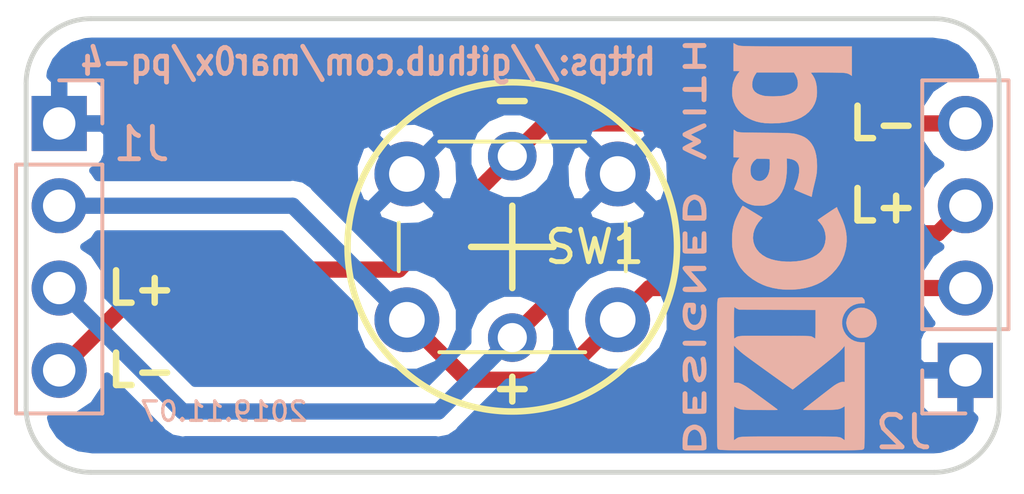
<source format=kicad_pcb>
(kicad_pcb (version 20171130) (host pcbnew "(5.0.2-5)-5")

  (general
    (thickness 1.6)
    (drawings 21)
    (tracks 29)
    (zones 0)
    (modules 4)
    (nets 5)
  )

  (page A4)
  (layers
    (0 F.Cu signal)
    (31 B.Cu signal)
    (32 B.Adhes user)
    (33 F.Adhes user)
    (34 B.Paste user)
    (35 F.Paste user)
    (36 B.SilkS user)
    (37 F.SilkS user)
    (38 B.Mask user)
    (39 F.Mask user)
    (40 Dwgs.User user)
    (41 Cmts.User user)
    (42 Eco1.User user)
    (43 Eco2.User user)
    (44 Edge.Cuts user)
    (45 Margin user)
    (46 B.CrtYd user)
    (47 F.CrtYd user)
    (48 B.Fab user)
    (49 F.Fab user)
  )

  (setup
    (last_trace_width 0.5)
    (trace_clearance 0.3)
    (zone_clearance 0.508)
    (zone_45_only no)
    (trace_min 0.2)
    (segment_width 0.2)
    (edge_width 0.15)
    (via_size 0.8)
    (via_drill 0.4)
    (via_min_size 0.4)
    (via_min_drill 0.3)
    (uvia_size 0.3)
    (uvia_drill 0.1)
    (uvias_allowed no)
    (uvia_min_size 0.2)
    (uvia_min_drill 0.1)
    (pcb_text_width 0.3)
    (pcb_text_size 1.5 1.5)
    (mod_edge_width 0.15)
    (mod_text_size 1 1)
    (mod_text_width 0.15)
    (pad_size 1.524 1.524)
    (pad_drill 0.762)
    (pad_to_mask_clearance 0.051)
    (solder_mask_min_width 0.25)
    (aux_axis_origin 0 0)
    (visible_elements FFFFFF7F)
    (pcbplotparams
      (layerselection 0x010fc_ffffffff)
      (usegerberextensions false)
      (usegerberattributes false)
      (usegerberadvancedattributes false)
      (creategerberjobfile false)
      (excludeedgelayer true)
      (linewidth 0.100000)
      (plotframeref false)
      (viasonmask false)
      (mode 1)
      (useauxorigin false)
      (hpglpennumber 1)
      (hpglpenspeed 20)
      (hpglpendiameter 15.000000)
      (psnegative false)
      (psa4output false)
      (plotreference true)
      (plotvalue true)
      (plotinvisibletext false)
      (padsonsilk false)
      (subtractmaskfromsilk false)
      (outputformat 1)
      (mirror false)
      (drillshape 1)
      (scaleselection 1)
      (outputdirectory ""))
  )

  (net 0 "")
  (net 1 B1)
  (net 2 B2)
  (net 3 L+)
  (net 4 L-)

  (net_class Default "This is the default net class."
    (clearance 0.3)
    (trace_width 0.5)
    (via_dia 0.8)
    (via_drill 0.4)
    (uvia_dia 0.3)
    (uvia_drill 0.1)
    (add_net B1)
    (add_net B2)
    (add_net L+)
    (add_net L-)
  )

  (module LED_Button_Switch_THT:SW_PUSH_6mm (layer F.Cu) (tedit 5A02FE31) (tstamp 5DC5DF02)
    (at 145.34 90.46)
    (descr "tactile push button, 6x6mm with LED")
    (tags "tact sw push 6mm led")
    (path /5DC33EA7)
    (fp_text reference SW1 (at 5.79 2.25) (layer F.SilkS)
      (effects (font (size 1 1) (thickness 0.15)))
    )
    (fp_text value SW_MEC_5G_LED (at 3.75 6.7) (layer F.Fab)
      (effects (font (size 1 1) (thickness 0.15)))
    )
    (fp_text user %R (at 3.25 2.25) (layer F.Fab)
      (effects (font (size 1 1) (thickness 0.15)))
    )
    (fp_line (start 3.25 -0.75) (end 6.25 -0.75) (layer F.Fab) (width 0.1))
    (fp_line (start 6.25 -0.75) (end 6.25 5.25) (layer F.Fab) (width 0.1))
    (fp_line (start 6.25 5.25) (end 0.25 5.25) (layer F.Fab) (width 0.1))
    (fp_line (start 0.25 5.25) (end 0.25 -0.75) (layer F.Fab) (width 0.1))
    (fp_line (start 0.25 -0.75) (end 3.25 -0.75) (layer F.Fab) (width 0.1))
    (fp_line (start 7.75 6) (end 8 6) (layer F.CrtYd) (width 0.05))
    (fp_line (start 8 6) (end 8 5.75) (layer F.CrtYd) (width 0.05))
    (fp_line (start 7.75 -1.5) (end 8 -1.5) (layer F.CrtYd) (width 0.05))
    (fp_line (start 8 -1.5) (end 8 -1.25) (layer F.CrtYd) (width 0.05))
    (fp_line (start -1.5 -1.25) (end -1.5 -1.5) (layer F.CrtYd) (width 0.05))
    (fp_line (start -1.5 -1.5) (end -1.25 -1.5) (layer F.CrtYd) (width 0.05))
    (fp_line (start -1.5 5.75) (end -1.5 6) (layer F.CrtYd) (width 0.05))
    (fp_line (start -1.5 6) (end -1.25 6) (layer F.CrtYd) (width 0.05))
    (fp_line (start -1.25 -1.5) (end 7.75 -1.5) (layer F.CrtYd) (width 0.05))
    (fp_line (start -1.5 5.75) (end -1.5 -1.25) (layer F.CrtYd) (width 0.05))
    (fp_line (start 7.75 6) (end -1.25 6) (layer F.CrtYd) (width 0.05))
    (fp_line (start 8 -1.25) (end 8 5.75) (layer F.CrtYd) (width 0.05))
    (fp_line (start 1 5.5) (end 5.5 5.5) (layer F.SilkS) (width 0.12))
    (fp_line (start -0.25 1.5) (end -0.25 3) (layer F.SilkS) (width 0.12))
    (fp_line (start 5.5 -1) (end 1 -1) (layer F.SilkS) (width 0.12))
    (fp_line (start 6.75 3) (end 6.75 1.5) (layer F.SilkS) (width 0.12))
    (fp_circle (center 3.25 2.25) (end 1.25 2.5) (layer F.Fab) (width 0.1))
    (pad 4 thru_hole circle (at 0 4.5 90) (size 2 2) (drill 1.1) (layers *.Cu *.Mask)
      (net 2 B2))
    (pad 1 thru_hole circle (at 0 0 90) (size 2 2) (drill 1.1) (layers *.Cu *.Mask)
      (net 1 B1))
    (pad 4 thru_hole circle (at 6.5 4.5 90) (size 2 2) (drill 1.1) (layers *.Cu *.Mask)
      (net 2 B2))
    (pad 1 thru_hole circle (at 6.5 0 90) (size 2 2) (drill 1.1) (layers *.Cu *.Mask)
      (net 1 B1))
    (pad 2 thru_hole circle (at 3.25 -0.55 90) (size 1.5 1.5) (drill 0.9) (layers *.Cu *.Mask)
      (net 4 L-))
    (pad 3 thru_hole circle (at 3.25 5.05 90) (size 1.5 1.5) (drill 0.9) (layers *.Cu *.Mask)
      (net 3 L+))
    (model ${KISYS3DMOD}/Button_Switch_THT.3dshapes/SW_PUSH_6mm_H5mm.wrl
      (at (xyz 0 0 0))
      (scale (xyz 1 1 1))
      (rotate (xyz 0 0 0))
    )
  )

  (module Connector_PinHeader_2.54mm:PinHeader_1x04_P2.54mm_Vertical (layer B.Cu) (tedit 5DC441D2) (tstamp 5DC69E07)
    (at 134.62 88.9 180)
    (descr "Through hole straight pin header, 1x04, 2.54mm pitch, single row")
    (tags "Through hole pin header THT 1x04 2.54mm single row")
    (path /5DC44193)
    (fp_text reference J1 (at -2.54 -0.635 180) (layer B.SilkS)
      (effects (font (size 1 1) (thickness 0.15)) (justify mirror))
    )
    (fp_text value Conn_01x04_Male (at 0 -9.95 180) (layer B.Fab) hide
      (effects (font (size 1 1) (thickness 0.15)) (justify mirror))
    )
    (fp_line (start -0.635 1.27) (end 1.27 1.27) (layer B.Fab) (width 0.1))
    (fp_line (start 1.27 1.27) (end 1.27 -8.89) (layer B.Fab) (width 0.1))
    (fp_line (start 1.27 -8.89) (end -1.27 -8.89) (layer B.Fab) (width 0.1))
    (fp_line (start -1.27 -8.89) (end -1.27 0.635) (layer B.Fab) (width 0.1))
    (fp_line (start -1.27 0.635) (end -0.635 1.27) (layer B.Fab) (width 0.1))
    (fp_line (start -1.33 -8.95) (end 1.33 -8.95) (layer B.SilkS) (width 0.12))
    (fp_line (start -1.33 -1.27) (end -1.33 -8.95) (layer B.SilkS) (width 0.12))
    (fp_line (start 1.33 -1.27) (end 1.33 -8.95) (layer B.SilkS) (width 0.12))
    (fp_line (start -1.33 -1.27) (end 1.33 -1.27) (layer B.SilkS) (width 0.12))
    (fp_line (start -1.33 0) (end -1.33 1.33) (layer B.SilkS) (width 0.12))
    (fp_line (start -1.33 1.33) (end 0 1.33) (layer B.SilkS) (width 0.12))
    (fp_line (start -1.8 1.8) (end -1.8 -9.4) (layer B.CrtYd) (width 0.05))
    (fp_line (start -1.8 -9.4) (end 1.8 -9.4) (layer B.CrtYd) (width 0.05))
    (fp_line (start 1.8 -9.4) (end 1.8 1.8) (layer B.CrtYd) (width 0.05))
    (fp_line (start 1.8 1.8) (end -1.8 1.8) (layer B.CrtYd) (width 0.05))
    (fp_text user %R (at 0 -3.81 90) (layer B.Fab)
      (effects (font (size 1 1) (thickness 0.15)) (justify mirror))
    )
    (pad 1 thru_hole rect (at 0 0 180) (size 1.7 1.7) (drill 1) (layers *.Cu *.Mask)
      (net 1 B1))
    (pad 2 thru_hole oval (at 0 -2.54 180) (size 1.7 1.7) (drill 1) (layers *.Cu *.Mask)
      (net 2 B2))
    (pad 3 thru_hole oval (at 0 -5.08 180) (size 1.7 1.7) (drill 1) (layers *.Cu *.Mask)
      (net 3 L+))
    (pad 4 thru_hole oval (at 0 -7.62 180) (size 1.7 1.7) (drill 1) (layers *.Cu *.Mask)
      (net 4 L-))
    (model ${KISYS3DMOD}/Connector_PinHeader_2.54mm.3dshapes/PinHeader_1x04_P2.54mm_Vertical.wrl
      (at (xyz 0 0 0))
      (scale (xyz 1 1 1))
      (rotate (xyz 0 0 0))
    )
  )

  (module Connector_PinHeader_2.54mm:PinHeader_1x04_P2.54mm_Vertical (layer B.Cu) (tedit 5DC441C8) (tstamp 5DC69E1F)
    (at 162.56 96.52)
    (descr "Through hole straight pin header, 1x04, 2.54mm pitch, single row")
    (tags "Through hole pin header THT 1x04 2.54mm single row")
    (path /5DC442A4)
    (fp_text reference J2 (at -1.905 1.905) (layer B.SilkS)
      (effects (font (size 1 1) (thickness 0.15)) (justify mirror))
    )
    (fp_text value Conn_01x04_Male (at 0 -9.95) (layer B.Fab) hide
      (effects (font (size 1 1) (thickness 0.15)) (justify mirror))
    )
    (fp_text user %R (at 0 -3.81 -90) (layer B.Fab)
      (effects (font (size 1 1) (thickness 0.15)) (justify mirror))
    )
    (fp_line (start 1.8 1.8) (end -1.8 1.8) (layer B.CrtYd) (width 0.05))
    (fp_line (start 1.8 -9.4) (end 1.8 1.8) (layer B.CrtYd) (width 0.05))
    (fp_line (start -1.8 -9.4) (end 1.8 -9.4) (layer B.CrtYd) (width 0.05))
    (fp_line (start -1.8 1.8) (end -1.8 -9.4) (layer B.CrtYd) (width 0.05))
    (fp_line (start -1.33 1.33) (end 0 1.33) (layer B.SilkS) (width 0.12))
    (fp_line (start -1.33 0) (end -1.33 1.33) (layer B.SilkS) (width 0.12))
    (fp_line (start -1.33 -1.27) (end 1.33 -1.27) (layer B.SilkS) (width 0.12))
    (fp_line (start 1.33 -1.27) (end 1.33 -8.95) (layer B.SilkS) (width 0.12))
    (fp_line (start -1.33 -1.27) (end -1.33 -8.95) (layer B.SilkS) (width 0.12))
    (fp_line (start -1.33 -8.95) (end 1.33 -8.95) (layer B.SilkS) (width 0.12))
    (fp_line (start -1.27 0.635) (end -0.635 1.27) (layer B.Fab) (width 0.1))
    (fp_line (start -1.27 -8.89) (end -1.27 0.635) (layer B.Fab) (width 0.1))
    (fp_line (start 1.27 -8.89) (end -1.27 -8.89) (layer B.Fab) (width 0.1))
    (fp_line (start 1.27 1.27) (end 1.27 -8.89) (layer B.Fab) (width 0.1))
    (fp_line (start -0.635 1.27) (end 1.27 1.27) (layer B.Fab) (width 0.1))
    (pad 4 thru_hole oval (at 0 -7.62) (size 1.7 1.7) (drill 1) (layers *.Cu *.Mask)
      (net 4 L-))
    (pad 3 thru_hole oval (at 0 -5.08) (size 1.7 1.7) (drill 1) (layers *.Cu *.Mask)
      (net 3 L+))
    (pad 2 thru_hole oval (at 0 -2.54) (size 1.7 1.7) (drill 1) (layers *.Cu *.Mask)
      (net 2 B2))
    (pad 1 thru_hole rect (at 0 0) (size 1.7 1.7) (drill 1) (layers *.Cu *.Mask)
      (net 1 B1))
    (model ${KISYS3DMOD}/Connector_PinHeader_2.54mm.3dshapes/PinHeader_1x04_P2.54mm_Vertical.wrl
      (at (xyz 0 0 0))
      (scale (xyz 1 1 1))
      (rotate (xyz 0 0 0))
    )
  )

  (module Symbol:KiCad-Logo2_5mm_SilkScreen (layer B.Cu) (tedit 0) (tstamp 5DCB30BC)
    (at 156.845 92.71 90)
    (descr "KiCad Logo")
    (tags "Logo KiCad")
    (attr virtual)
    (fp_text reference REF** (at 0 5.08 90) (layer B.SilkS) hide
      (effects (font (size 1 1) (thickness 0.15)) (justify mirror))
    )
    (fp_text value KiCad-Logo2_5mm_SilkScreen (at 0 -5.08 90) (layer B.Fab) hide
      (effects (font (size 1 1) (thickness 0.15)) (justify mirror))
    )
    (fp_poly (pts (xy 6.228823 -2.274533) (xy 6.260202 -2.296776) (xy 6.287911 -2.324485) (xy 6.287911 -2.63392)
      (xy 6.287838 -2.725799) (xy 6.287495 -2.79784) (xy 6.286692 -2.85278) (xy 6.285241 -2.89336)
      (xy 6.282952 -2.922317) (xy 6.279636 -2.942391) (xy 6.275105 -2.956321) (xy 6.269169 -2.966845)
      (xy 6.264514 -2.9731) (xy 6.233783 -2.997673) (xy 6.198496 -3.000341) (xy 6.166245 -2.985271)
      (xy 6.155588 -2.976374) (xy 6.148464 -2.964557) (xy 6.144167 -2.945526) (xy 6.141991 -2.914992)
      (xy 6.141228 -2.868662) (xy 6.141155 -2.832871) (xy 6.141155 -2.698045) (xy 5.644444 -2.698045)
      (xy 5.644444 -2.8207) (xy 5.643931 -2.876787) (xy 5.641876 -2.915333) (xy 5.637508 -2.941361)
      (xy 5.630056 -2.959897) (xy 5.621047 -2.9731) (xy 5.590144 -2.997604) (xy 5.555196 -3.000506)
      (xy 5.521738 -2.983089) (xy 5.512604 -2.973959) (xy 5.506152 -2.961855) (xy 5.501897 -2.943001)
      (xy 5.499352 -2.91362) (xy 5.498029 -2.869937) (xy 5.497443 -2.808175) (xy 5.497375 -2.794)
      (xy 5.496891 -2.677631) (xy 5.496641 -2.581727) (xy 5.496723 -2.504177) (xy 5.497231 -2.442869)
      (xy 5.498262 -2.39569) (xy 5.499913 -2.36053) (xy 5.502279 -2.335276) (xy 5.505457 -2.317817)
      (xy 5.509544 -2.306041) (xy 5.514634 -2.297835) (xy 5.520266 -2.291645) (xy 5.552128 -2.271844)
      (xy 5.585357 -2.274533) (xy 5.616735 -2.296776) (xy 5.629433 -2.311126) (xy 5.637526 -2.326978)
      (xy 5.642042 -2.349554) (xy 5.644006 -2.384078) (xy 5.644444 -2.435776) (xy 5.644444 -2.551289)
      (xy 6.141155 -2.551289) (xy 6.141155 -2.432756) (xy 6.141662 -2.378148) (xy 6.143698 -2.341275)
      (xy 6.148035 -2.317307) (xy 6.155447 -2.301415) (xy 6.163733 -2.291645) (xy 6.195594 -2.271844)
      (xy 6.228823 -2.274533)) (layer B.SilkS) (width 0.01))
    (fp_poly (pts (xy 4.963065 -2.269163) (xy 5.041772 -2.269542) (xy 5.102863 -2.270333) (xy 5.148817 -2.27167)
      (xy 5.182114 -2.273683) (xy 5.205236 -2.276506) (xy 5.220662 -2.280269) (xy 5.230871 -2.285105)
      (xy 5.235813 -2.288822) (xy 5.261457 -2.321358) (xy 5.264559 -2.355138) (xy 5.248711 -2.385826)
      (xy 5.238348 -2.398089) (xy 5.227196 -2.40645) (xy 5.211035 -2.411657) (xy 5.185642 -2.414457)
      (xy 5.146798 -2.415596) (xy 5.09028 -2.415821) (xy 5.07918 -2.415822) (xy 4.933244 -2.415822)
      (xy 4.933244 -2.686756) (xy 4.933148 -2.772154) (xy 4.932711 -2.837864) (xy 4.931712 -2.886774)
      (xy 4.929928 -2.921773) (xy 4.927137 -2.945749) (xy 4.923117 -2.961593) (xy 4.917645 -2.972191)
      (xy 4.910666 -2.980267) (xy 4.877734 -3.000112) (xy 4.843354 -2.998548) (xy 4.812176 -2.975906)
      (xy 4.809886 -2.9731) (xy 4.802429 -2.962492) (xy 4.796747 -2.950081) (xy 4.792601 -2.93285)
      (xy 4.78975 -2.907784) (xy 4.787954 -2.871867) (xy 4.786972 -2.822083) (xy 4.786564 -2.755417)
      (xy 4.786489 -2.679589) (xy 4.786489 -2.415822) (xy 4.647127 -2.415822) (xy 4.587322 -2.415418)
      (xy 4.545918 -2.41384) (xy 4.518748 -2.410547) (xy 4.501646 -2.404992) (xy 4.490443 -2.396631)
      (xy 4.489083 -2.395178) (xy 4.472725 -2.361939) (xy 4.474172 -2.324362) (xy 4.492978 -2.291645)
      (xy 4.50025 -2.285298) (xy 4.509627 -2.280266) (xy 4.523609 -2.276396) (xy 4.544696 -2.273537)
      (xy 4.575389 -2.271535) (xy 4.618189 -2.270239) (xy 4.675595 -2.269498) (xy 4.75011 -2.269158)
      (xy 4.844233 -2.269068) (xy 4.86426 -2.269067) (xy 4.963065 -2.269163)) (layer B.SilkS) (width 0.01))
    (fp_poly (pts (xy 4.188614 -2.275877) (xy 4.212327 -2.290647) (xy 4.238978 -2.312227) (xy 4.238978 -2.633773)
      (xy 4.238893 -2.72783) (xy 4.238529 -2.801932) (xy 4.237724 -2.858704) (xy 4.236313 -2.900768)
      (xy 4.234133 -2.930748) (xy 4.231021 -2.951267) (xy 4.226814 -2.964949) (xy 4.221348 -2.974416)
      (xy 4.217472 -2.979082) (xy 4.186034 -2.999575) (xy 4.150233 -2.998739) (xy 4.118873 -2.981264)
      (xy 4.092222 -2.959684) (xy 4.092222 -2.312227) (xy 4.118873 -2.290647) (xy 4.144594 -2.274949)
      (xy 4.1656 -2.269067) (xy 4.188614 -2.275877)) (layer B.SilkS) (width 0.01))
    (fp_poly (pts (xy 3.744665 -2.271034) (xy 3.764255 -2.278035) (xy 3.76501 -2.278377) (xy 3.791613 -2.298678)
      (xy 3.80627 -2.319561) (xy 3.809138 -2.329352) (xy 3.808996 -2.342361) (xy 3.804961 -2.360895)
      (xy 3.796146 -2.387257) (xy 3.781669 -2.423752) (xy 3.760645 -2.472687) (xy 3.732188 -2.536365)
      (xy 3.695415 -2.617093) (xy 3.675175 -2.661216) (xy 3.638625 -2.739985) (xy 3.604315 -2.812423)
      (xy 3.573552 -2.87588) (xy 3.547648 -2.927708) (xy 3.52791 -2.965259) (xy 3.51565 -2.985884)
      (xy 3.513224 -2.988733) (xy 3.482183 -3.001302) (xy 3.447121 -2.999619) (xy 3.419 -2.984332)
      (xy 3.417854 -2.983089) (xy 3.406668 -2.966154) (xy 3.387904 -2.93317) (xy 3.363875 -2.88838)
      (xy 3.336897 -2.836032) (xy 3.327201 -2.816742) (xy 3.254014 -2.67015) (xy 3.17424 -2.829393)
      (xy 3.145767 -2.884415) (xy 3.11935 -2.932132) (xy 3.097148 -2.968893) (xy 3.081319 -2.991044)
      (xy 3.075954 -2.995741) (xy 3.034257 -3.002102) (xy 2.999849 -2.988733) (xy 2.989728 -2.974446)
      (xy 2.972214 -2.942692) (xy 2.948735 -2.896597) (xy 2.92072 -2.839285) (xy 2.889599 -2.77388)
      (xy 2.856799 -2.703507) (xy 2.82375 -2.631291) (xy 2.791881 -2.560355) (xy 2.762619 -2.493825)
      (xy 2.737395 -2.434826) (xy 2.717636 -2.386481) (xy 2.704772 -2.351915) (xy 2.700231 -2.334253)
      (xy 2.700277 -2.333613) (xy 2.711326 -2.311388) (xy 2.73341 -2.288753) (xy 2.73471 -2.287768)
      (xy 2.761853 -2.272425) (xy 2.786958 -2.272574) (xy 2.796368 -2.275466) (xy 2.807834 -2.281718)
      (xy 2.82001 -2.294014) (xy 2.834357 -2.314908) (xy 2.852336 -2.346949) (xy 2.875407 -2.392688)
      (xy 2.90503 -2.454677) (xy 2.931745 -2.511898) (xy 2.96248 -2.578226) (xy 2.990021 -2.637874)
      (xy 3.012938 -2.687725) (xy 3.029798 -2.724664) (xy 3.039173 -2.745573) (xy 3.04054 -2.748845)
      (xy 3.046689 -2.743497) (xy 3.060822 -2.721109) (xy 3.081057 -2.684946) (xy 3.105515 -2.638277)
      (xy 3.115248 -2.619022) (xy 3.148217 -2.554004) (xy 3.173643 -2.506654) (xy 3.193612 -2.474219)
      (xy 3.21021 -2.453946) (xy 3.225524 -2.443082) (xy 3.24164 -2.438875) (xy 3.252143 -2.4384)
      (xy 3.27067 -2.440042) (xy 3.286904 -2.446831) (xy 3.303035 -2.461566) (xy 3.321251 -2.487044)
      (xy 3.343739 -2.526061) (xy 3.372689 -2.581414) (xy 3.388662 -2.612903) (xy 3.41457 -2.663087)
      (xy 3.437167 -2.704704) (xy 3.454458 -2.734242) (xy 3.46445 -2.748189) (xy 3.465809 -2.74877)
      (xy 3.472261 -2.737793) (xy 3.486708 -2.70929) (xy 3.507703 -2.666244) (xy 3.533797 -2.611638)
      (xy 3.563546 -2.548454) (xy 3.57818 -2.517071) (xy 3.61625 -2.436078) (xy 3.646905 -2.373756)
      (xy 3.671737 -2.328071) (xy 3.692337 -2.296989) (xy 3.710298 -2.278478) (xy 3.72721 -2.270504)
      (xy 3.744665 -2.271034)) (layer B.SilkS) (width 0.01))
    (fp_poly (pts (xy 1.018309 -2.269275) (xy 1.147288 -2.273636) (xy 1.256991 -2.286861) (xy 1.349226 -2.309741)
      (xy 1.425802 -2.34307) (xy 1.488527 -2.387638) (xy 1.539212 -2.444236) (xy 1.579663 -2.513658)
      (xy 1.580459 -2.515351) (xy 1.604601 -2.577483) (xy 1.613203 -2.632509) (xy 1.606231 -2.687887)
      (xy 1.583654 -2.751073) (xy 1.579372 -2.760689) (xy 1.550172 -2.816966) (xy 1.517356 -2.860451)
      (xy 1.475002 -2.897417) (xy 1.41719 -2.934135) (xy 1.413831 -2.936052) (xy 1.363504 -2.960227)
      (xy 1.306621 -2.978282) (xy 1.239527 -2.990839) (xy 1.158565 -2.998522) (xy 1.060082 -3.001953)
      (xy 1.025286 -3.002251) (xy 0.859594 -3.002845) (xy 0.836197 -2.9731) (xy 0.829257 -2.963319)
      (xy 0.823842 -2.951897) (xy 0.819765 -2.936095) (xy 0.816837 -2.913175) (xy 0.814867 -2.880396)
      (xy 0.814225 -2.856089) (xy 0.970844 -2.856089) (xy 1.064726 -2.856089) (xy 1.119664 -2.854483)
      (xy 1.17606 -2.850255) (xy 1.222345 -2.844292) (xy 1.225139 -2.84379) (xy 1.307348 -2.821736)
      (xy 1.371114 -2.7886) (xy 1.418452 -2.742847) (xy 1.451382 -2.682939) (xy 1.457108 -2.667061)
      (xy 1.462721 -2.642333) (xy 1.460291 -2.617902) (xy 1.448467 -2.5854) (xy 1.44134 -2.569434)
      (xy 1.418 -2.527006) (xy 1.38988 -2.49724) (xy 1.35894 -2.476511) (xy 1.296966 -2.449537)
      (xy 1.217651 -2.429998) (xy 1.125253 -2.418746) (xy 1.058333 -2.41627) (xy 0.970844 -2.415822)
      (xy 0.970844 -2.856089) (xy 0.814225 -2.856089) (xy 0.813668 -2.835021) (xy 0.81305 -2.774311)
      (xy 0.812825 -2.695526) (xy 0.8128 -2.63392) (xy 0.8128 -2.324485) (xy 0.840509 -2.296776)
      (xy 0.852806 -2.285544) (xy 0.866103 -2.277853) (xy 0.884672 -2.27304) (xy 0.912786 -2.270446)
      (xy 0.954717 -2.26941) (xy 1.014737 -2.26927) (xy 1.018309 -2.269275)) (layer B.SilkS) (width 0.01))
    (fp_poly (pts (xy 0.230343 -2.26926) (xy 0.306701 -2.270174) (xy 0.365217 -2.272311) (xy 0.408255 -2.276175)
      (xy 0.438183 -2.282267) (xy 0.457368 -2.29109) (xy 0.468176 -2.303146) (xy 0.472973 -2.318939)
      (xy 0.474127 -2.33897) (xy 0.474133 -2.341335) (xy 0.473131 -2.363992) (xy 0.468396 -2.381503)
      (xy 0.457333 -2.394574) (xy 0.437348 -2.403913) (xy 0.405846 -2.410227) (xy 0.360232 -2.414222)
      (xy 0.297913 -2.416606) (xy 0.216293 -2.418086) (xy 0.191277 -2.418414) (xy -0.0508 -2.421467)
      (xy -0.054186 -2.486378) (xy -0.057571 -2.551289) (xy 0.110576 -2.551289) (xy 0.176266 -2.551531)
      (xy 0.223172 -2.552556) (xy 0.255083 -2.554811) (xy 0.275791 -2.558742) (xy 0.289084 -2.564798)
      (xy 0.298755 -2.573424) (xy 0.298817 -2.573493) (xy 0.316356 -2.607112) (xy 0.315722 -2.643448)
      (xy 0.297314 -2.674423) (xy 0.293671 -2.677607) (xy 0.280741 -2.685812) (xy 0.263024 -2.691521)
      (xy 0.23657 -2.695162) (xy 0.197432 -2.697167) (xy 0.141662 -2.697964) (xy 0.105994 -2.698045)
      (xy -0.056445 -2.698045) (xy -0.056445 -2.856089) (xy 0.190161 -2.856089) (xy 0.27158 -2.856231)
      (xy 0.33341 -2.856814) (xy 0.378637 -2.858068) (xy 0.410248 -2.860227) (xy 0.431231 -2.863523)
      (xy 0.444573 -2.868189) (xy 0.453261 -2.874457) (xy 0.45545 -2.876733) (xy 0.471614 -2.90828)
      (xy 0.472797 -2.944168) (xy 0.459536 -2.975285) (xy 0.449043 -2.985271) (xy 0.438129 -2.990769)
      (xy 0.421217 -2.995022) (xy 0.395633 -2.99818) (xy 0.358701 -3.000392) (xy 0.307746 -3.001806)
      (xy 0.240094 -3.002572) (xy 0.153069 -3.002838) (xy 0.133394 -3.002845) (xy 0.044911 -3.002787)
      (xy -0.023773 -3.002467) (xy -0.075436 -3.001667) (xy -0.112855 -3.000167) (xy -0.13881 -2.997749)
      (xy -0.156078 -2.994194) (xy -0.167438 -2.989282) (xy -0.175668 -2.982795) (xy -0.180183 -2.978138)
      (xy -0.186979 -2.969889) (xy -0.192288 -2.959669) (xy -0.196294 -2.9448) (xy -0.199179 -2.922602)
      (xy -0.201126 -2.890393) (xy -0.202319 -2.845496) (xy -0.202939 -2.785228) (xy -0.203171 -2.706911)
      (xy -0.2032 -2.640994) (xy -0.203129 -2.548628) (xy -0.202792 -2.476117) (xy -0.202002 -2.420737)
      (xy -0.200574 -2.379765) (xy -0.198321 -2.350478) (xy -0.195057 -2.330153) (xy -0.190596 -2.316066)
      (xy -0.184752 -2.305495) (xy -0.179803 -2.298811) (xy -0.156406 -2.269067) (xy 0.133774 -2.269067)
      (xy 0.230343 -2.26926)) (layer B.SilkS) (width 0.01))
    (fp_poly (pts (xy -1.300114 -2.273448) (xy -1.276548 -2.287273) (xy -1.245735 -2.309881) (xy -1.206078 -2.342338)
      (xy -1.15598 -2.385708) (xy -1.093843 -2.441058) (xy -1.018072 -2.509451) (xy -0.931334 -2.588084)
      (xy -0.750711 -2.751878) (xy -0.745067 -2.532029) (xy -0.743029 -2.456351) (xy -0.741063 -2.399994)
      (xy -0.738734 -2.359706) (xy -0.735606 -2.332235) (xy -0.731245 -2.314329) (xy -0.725216 -2.302737)
      (xy -0.717084 -2.294208) (xy -0.712772 -2.290623) (xy -0.678241 -2.27167) (xy -0.645383 -2.274441)
      (xy -0.619318 -2.290633) (xy -0.592667 -2.312199) (xy -0.589352 -2.627151) (xy -0.588435 -2.719779)
      (xy -0.587968 -2.792544) (xy -0.588113 -2.848161) (xy -0.589032 -2.889342) (xy -0.590887 -2.918803)
      (xy -0.593839 -2.939255) (xy -0.59805 -2.953413) (xy -0.603682 -2.963991) (xy -0.609927 -2.972474)
      (xy -0.623439 -2.988207) (xy -0.636883 -2.998636) (xy -0.652124 -3.002639) (xy -0.671026 -2.999094)
      (xy -0.695455 -2.986879) (xy -0.727273 -2.964871) (xy -0.768348 -2.931949) (xy -0.820542 -2.886991)
      (xy -0.885722 -2.828875) (xy -0.959556 -2.762099) (xy -1.224845 -2.521458) (xy -1.230489 -2.740589)
      (xy -1.232531 -2.816128) (xy -1.234502 -2.872354) (xy -1.236839 -2.912524) (xy -1.239981 -2.939896)
      (xy -1.244364 -2.957728) (xy -1.250424 -2.969279) (xy -1.2586 -2.977807) (xy -1.262784 -2.981282)
      (xy -1.299765 -3.000372) (xy -1.334708 -2.997493) (xy -1.365136 -2.9731) (xy -1.372097 -2.963286)
      (xy -1.377523 -2.951826) (xy -1.381603 -2.935968) (xy -1.384529 -2.912963) (xy -1.386492 -2.880062)
      (xy -1.387683 -2.834516) (xy -1.388292 -2.773573) (xy -1.388511 -2.694486) (xy -1.388534 -2.635956)
      (xy -1.38846 -2.544407) (xy -1.388113 -2.472687) (xy -1.387301 -2.418045) (xy -1.385833 -2.377732)
      (xy -1.383519 -2.348998) (xy -1.380167 -2.329093) (xy -1.375588 -2.315268) (xy -1.369589 -2.304772)
      (xy -1.365136 -2.298811) (xy -1.35385 -2.284691) (xy -1.343301 -2.274029) (xy -1.331893 -2.267892)
      (xy -1.31803 -2.267343) (xy -1.300114 -2.273448)) (layer B.SilkS) (width 0.01))
    (fp_poly (pts (xy -1.950081 -2.274599) (xy -1.881565 -2.286095) (xy -1.828943 -2.303967) (xy -1.794708 -2.327499)
      (xy -1.785379 -2.340924) (xy -1.775893 -2.372148) (xy -1.782277 -2.400395) (xy -1.80243 -2.427182)
      (xy -1.833745 -2.439713) (xy -1.879183 -2.438696) (xy -1.914326 -2.431906) (xy -1.992419 -2.418971)
      (xy -2.072226 -2.417742) (xy -2.161555 -2.428241) (xy -2.186229 -2.43269) (xy -2.269291 -2.456108)
      (xy -2.334273 -2.490945) (xy -2.380461 -2.536604) (xy -2.407145 -2.592494) (xy -2.412663 -2.621388)
      (xy -2.409051 -2.680012) (xy -2.385729 -2.731879) (xy -2.344824 -2.775978) (xy -2.288459 -2.811299)
      (xy -2.21876 -2.836829) (xy -2.137852 -2.851559) (xy -2.04786 -2.854478) (xy -1.95091 -2.844575)
      (xy -1.945436 -2.843641) (xy -1.906875 -2.836459) (xy -1.885494 -2.829521) (xy -1.876227 -2.819227)
      (xy -1.874006 -2.801976) (xy -1.873956 -2.792841) (xy -1.873956 -2.754489) (xy -1.942431 -2.754489)
      (xy -2.0029 -2.750347) (xy -2.044165 -2.737147) (xy -2.068175 -2.71373) (xy -2.076877 -2.678936)
      (xy -2.076983 -2.674394) (xy -2.071892 -2.644654) (xy -2.054433 -2.623419) (xy -2.021939 -2.609366)
      (xy -1.971743 -2.601173) (xy -1.923123 -2.598161) (xy -1.852456 -2.596433) (xy -1.801198 -2.59907)
      (xy -1.766239 -2.6088) (xy -1.74447 -2.628353) (xy -1.73278 -2.660456) (xy -1.72806 -2.707838)
      (xy -1.7272 -2.770071) (xy -1.728609 -2.839535) (xy -1.732848 -2.886786) (xy -1.739936 -2.912012)
      (xy -1.741311 -2.913988) (xy -1.780228 -2.945508) (xy -1.837286 -2.97047) (xy -1.908869 -2.98834)
      (xy -1.991358 -2.998586) (xy -2.081139 -3.000673) (xy -2.174592 -2.994068) (xy -2.229556 -2.985956)
      (xy -2.315766 -2.961554) (xy -2.395892 -2.921662) (xy -2.462977 -2.869887) (xy -2.473173 -2.859539)
      (xy -2.506302 -2.816035) (xy -2.536194 -2.762118) (xy -2.559357 -2.705592) (xy -2.572298 -2.654259)
      (xy -2.573858 -2.634544) (xy -2.567218 -2.593419) (xy -2.549568 -2.542252) (xy -2.524297 -2.488394)
      (xy -2.494789 -2.439195) (xy -2.468719 -2.406334) (xy -2.407765 -2.357452) (xy -2.328969 -2.318545)
      (xy -2.235157 -2.290494) (xy -2.12915 -2.274179) (xy -2.032 -2.270192) (xy -1.950081 -2.274599)) (layer B.SilkS) (width 0.01))
    (fp_poly (pts (xy -2.923822 -2.291645) (xy -2.917242 -2.299218) (xy -2.912079 -2.308987) (xy -2.908164 -2.323571)
      (xy -2.905324 -2.345585) (xy -2.903387 -2.377648) (xy -2.902183 -2.422375) (xy -2.901539 -2.482385)
      (xy -2.901284 -2.560294) (xy -2.901245 -2.635956) (xy -2.901314 -2.729802) (xy -2.901638 -2.803689)
      (xy -2.902386 -2.860232) (xy -2.903732 -2.902049) (xy -2.905846 -2.931757) (xy -2.9089 -2.951973)
      (xy -2.913066 -2.965314) (xy -2.918516 -2.974398) (xy -2.923822 -2.980267) (xy -2.956826 -2.999947)
      (xy -2.991991 -2.998181) (xy -3.023455 -2.976717) (xy -3.030684 -2.968337) (xy -3.036334 -2.958614)
      (xy -3.040599 -2.944861) (xy -3.043673 -2.924389) (xy -3.045752 -2.894512) (xy -3.04703 -2.852541)
      (xy -3.047701 -2.795789) (xy -3.047959 -2.721567) (xy -3.048 -2.637537) (xy -3.048 -2.324485)
      (xy -3.020291 -2.296776) (xy -2.986137 -2.273463) (xy -2.953006 -2.272623) (xy -2.923822 -2.291645)) (layer B.SilkS) (width 0.01))
    (fp_poly (pts (xy -3.691703 -2.270351) (xy -3.616888 -2.275581) (xy -3.547306 -2.28375) (xy -3.487002 -2.29455)
      (xy -3.44002 -2.307673) (xy -3.410406 -2.322813) (xy -3.40586 -2.327269) (xy -3.390054 -2.36185)
      (xy -3.394847 -2.397351) (xy -3.419364 -2.427725) (xy -3.420534 -2.428596) (xy -3.434954 -2.437954)
      (xy -3.450008 -2.442876) (xy -3.471005 -2.443473) (xy -3.503257 -2.439861) (xy -3.552073 -2.432154)
      (xy -3.556 -2.431505) (xy -3.628739 -2.422569) (xy -3.707217 -2.418161) (xy -3.785927 -2.418119)
      (xy -3.859361 -2.422279) (xy -3.922011 -2.430479) (xy -3.96837 -2.442557) (xy -3.971416 -2.443771)
      (xy -4.005048 -2.462615) (xy -4.016864 -2.481685) (xy -4.007614 -2.500439) (xy -3.978047 -2.518337)
      (xy -3.928911 -2.534837) (xy -3.860957 -2.549396) (xy -3.815645 -2.556406) (xy -3.721456 -2.569889)
      (xy -3.646544 -2.582214) (xy -3.587717 -2.594449) (xy -3.541785 -2.607661) (xy -3.505555 -2.622917)
      (xy -3.475838 -2.641285) (xy -3.449442 -2.663831) (xy -3.42823 -2.685971) (xy -3.403065 -2.716819)
      (xy -3.390681 -2.743345) (xy -3.386808 -2.776026) (xy -3.386667 -2.787995) (xy -3.389576 -2.827712)
      (xy -3.401202 -2.857259) (xy -3.421323 -2.883486) (xy -3.462216 -2.923576) (xy -3.507817 -2.954149)
      (xy -3.561513 -2.976203) (xy -3.626692 -2.990735) (xy -3.706744 -2.998741) (xy -3.805057 -3.001218)
      (xy -3.821289 -3.001177) (xy -3.886849 -2.999818) (xy -3.951866 -2.99673) (xy -4.009252 -2.992356)
      (xy -4.051922 -2.98714) (xy -4.055372 -2.986541) (xy -4.097796 -2.976491) (xy -4.13378 -2.963796)
      (xy -4.15415 -2.95219) (xy -4.173107 -2.921572) (xy -4.174427 -2.885918) (xy -4.158085 -2.854144)
      (xy -4.154429 -2.850551) (xy -4.139315 -2.839876) (xy -4.120415 -2.835276) (xy -4.091162 -2.836059)
      (xy -4.055651 -2.840127) (xy -4.01597 -2.843762) (xy -3.960345 -2.846828) (xy -3.895406 -2.849053)
      (xy -3.827785 -2.850164) (xy -3.81 -2.850237) (xy -3.742128 -2.849964) (xy -3.692454 -2.848646)
      (xy -3.65661 -2.845827) (xy -3.630224 -2.84105) (xy -3.608926 -2.833857) (xy -3.596126 -2.827867)
      (xy -3.568 -2.811233) (xy -3.550068 -2.796168) (xy -3.547447 -2.791897) (xy -3.552976 -2.774263)
      (xy -3.57926 -2.757192) (xy -3.624478 -2.741458) (xy -3.686808 -2.727838) (xy -3.705171 -2.724804)
      (xy -3.80109 -2.709738) (xy -3.877641 -2.697146) (xy -3.93778 -2.686111) (xy -3.98446 -2.67572)
      (xy -4.020637 -2.665056) (xy -4.049265 -2.653205) (xy -4.073298 -2.639251) (xy -4.095692 -2.622281)
      (xy -4.119402 -2.601378) (xy -4.12738 -2.594049) (xy -4.155353 -2.566699) (xy -4.17016 -2.545029)
      (xy -4.175952 -2.520232) (xy -4.176889 -2.488983) (xy -4.166575 -2.427705) (xy -4.135752 -2.37564)
      (xy -4.084595 -2.332958) (xy -4.013283 -2.299825) (xy -3.9624 -2.284964) (xy -3.9071 -2.275366)
      (xy -3.840853 -2.269936) (xy -3.767706 -2.268367) (xy -3.691703 -2.270351)) (layer B.SilkS) (width 0.01))
    (fp_poly (pts (xy -4.712794 -2.269146) (xy -4.643386 -2.269518) (xy -4.590997 -2.270385) (xy -4.552847 -2.271946)
      (xy -4.526159 -2.274403) (xy -4.508153 -2.277957) (xy -4.496049 -2.28281) (xy -4.487069 -2.289161)
      (xy -4.483818 -2.292084) (xy -4.464043 -2.323142) (xy -4.460482 -2.358828) (xy -4.473491 -2.39051)
      (xy -4.479506 -2.396913) (xy -4.489235 -2.403121) (xy -4.504901 -2.40791) (xy -4.529408 -2.411514)
      (xy -4.565661 -2.414164) (xy -4.616565 -2.416095) (xy -4.685026 -2.417539) (xy -4.747617 -2.418418)
      (xy -4.995334 -2.421467) (xy -4.998719 -2.486378) (xy -5.002105 -2.551289) (xy -4.833958 -2.551289)
      (xy -4.760959 -2.551919) (xy -4.707517 -2.554553) (xy -4.670628 -2.560309) (xy -4.647288 -2.570304)
      (xy -4.634494 -2.585656) (xy -4.629242 -2.607482) (xy -4.628445 -2.627738) (xy -4.630923 -2.652592)
      (xy -4.640277 -2.670906) (xy -4.659383 -2.683637) (xy -4.691118 -2.691741) (xy -4.738359 -2.696176)
      (xy -4.803983 -2.697899) (xy -4.839801 -2.698045) (xy -5.000978 -2.698045) (xy -5.000978 -2.856089)
      (xy -4.752622 -2.856089) (xy -4.671213 -2.856202) (xy -4.609342 -2.856712) (xy -4.563968 -2.85787)
      (xy -4.532054 -2.85993) (xy -4.510559 -2.863146) (xy -4.496443 -2.867772) (xy -4.486668 -2.874059)
      (xy -4.481689 -2.878667) (xy -4.46461 -2.90556) (xy -4.459111 -2.929467) (xy -4.466963 -2.958667)
      (xy -4.481689 -2.980267) (xy -4.489546 -2.987066) (xy -4.499688 -2.992346) (xy -4.514844 -2.996298)
      (xy -4.537741 -2.999113) (xy -4.571109 -3.000982) (xy -4.617675 -3.002098) (xy -4.680167 -3.002651)
      (xy -4.761314 -3.002833) (xy -4.803422 -3.002845) (xy -4.893598 -3.002765) (xy -4.963924 -3.002398)
      (xy -5.017129 -3.001552) (xy -5.05594 -3.000036) (xy -5.083087 -2.997659) (xy -5.101298 -2.994229)
      (xy -5.1133 -2.989554) (xy -5.121822 -2.983444) (xy -5.125156 -2.980267) (xy -5.131755 -2.97267)
      (xy -5.136927 -2.96287) (xy -5.140846 -2.948239) (xy -5.143684 -2.926152) (xy -5.145615 -2.893982)
      (xy -5.146812 -2.849103) (xy -5.147448 -2.788889) (xy -5.147697 -2.710713) (xy -5.147734 -2.637923)
      (xy -5.1477 -2.544707) (xy -5.147465 -2.471431) (xy -5.14683 -2.415458) (xy -5.145594 -2.374151)
      (xy -5.143556 -2.344872) (xy -5.140517 -2.324984) (xy -5.136277 -2.31185) (xy -5.130635 -2.302832)
      (xy -5.123391 -2.295293) (xy -5.121606 -2.293612) (xy -5.112945 -2.286172) (xy -5.102882 -2.280409)
      (xy -5.088625 -2.276112) (xy -5.067383 -2.273064) (xy -5.036364 -2.271051) (xy -4.992777 -2.26986)
      (xy -4.933831 -2.269275) (xy -4.856734 -2.269083) (xy -4.802001 -2.269067) (xy -4.712794 -2.269146)) (layer B.SilkS) (width 0.01))
    (fp_poly (pts (xy -6.121371 -2.269066) (xy -6.081889 -2.269467) (xy -5.9662 -2.272259) (xy -5.869311 -2.28055)
      (xy -5.787919 -2.295232) (xy -5.718723 -2.317193) (xy -5.65842 -2.347322) (xy -5.603708 -2.38651)
      (xy -5.584167 -2.403532) (xy -5.55175 -2.443363) (xy -5.52252 -2.497413) (xy -5.499991 -2.557323)
      (xy -5.487679 -2.614739) (xy -5.4864 -2.635956) (xy -5.494417 -2.694769) (xy -5.515899 -2.759013)
      (xy -5.546999 -2.819821) (xy -5.583866 -2.86833) (xy -5.589854 -2.874182) (xy -5.640579 -2.915321)
      (xy -5.696125 -2.947435) (xy -5.759696 -2.971365) (xy -5.834494 -2.987953) (xy -5.923722 -2.998041)
      (xy -6.030582 -3.002469) (xy -6.079528 -3.002845) (xy -6.141762 -3.002545) (xy -6.185528 -3.001292)
      (xy -6.214931 -2.998554) (xy -6.234079 -2.993801) (xy -6.247077 -2.986501) (xy -6.254045 -2.980267)
      (xy -6.260626 -2.972694) (xy -6.265788 -2.962924) (xy -6.269703 -2.94834) (xy -6.272543 -2.926326)
      (xy -6.27448 -2.894264) (xy -6.275684 -2.849536) (xy -6.276328 -2.789526) (xy -6.276583 -2.711617)
      (xy -6.276622 -2.635956) (xy -6.27687 -2.535041) (xy -6.276817 -2.454427) (xy -6.275857 -2.415822)
      (xy -6.129867 -2.415822) (xy -6.129867 -2.856089) (xy -6.036734 -2.856004) (xy -5.980693 -2.854396)
      (xy -5.921999 -2.850256) (xy -5.873028 -2.844464) (xy -5.871538 -2.844226) (xy -5.792392 -2.82509)
      (xy -5.731002 -2.795287) (xy -5.684305 -2.752878) (xy -5.654635 -2.706961) (xy -5.636353 -2.656026)
      (xy -5.637771 -2.6082) (xy -5.658988 -2.556933) (xy -5.700489 -2.503899) (xy -5.757998 -2.4646)
      (xy -5.83275 -2.438331) (xy -5.882708 -2.429035) (xy -5.939416 -2.422507) (xy -5.999519 -2.417782)
      (xy -6.050639 -2.415817) (xy -6.053667 -2.415808) (xy -6.129867 -2.415822) (xy -6.275857 -2.415822)
      (xy -6.27526 -2.391851) (xy -6.270998 -2.345055) (xy -6.26283 -2.311778) (xy -6.249556 -2.289759)
      (xy -6.229974 -2.276739) (xy -6.202883 -2.270457) (xy -6.167082 -2.268653) (xy -6.121371 -2.269066)) (layer B.SilkS) (width 0.01))
    (fp_poly (pts (xy -2.273043 2.973429) (xy -2.176768 2.949191) (xy -2.090184 2.906359) (xy -2.015373 2.846581)
      (xy -1.954418 2.771506) (xy -1.909399 2.68278) (xy -1.883136 2.58647) (xy -1.877286 2.489205)
      (xy -1.89214 2.395346) (xy -1.92584 2.307489) (xy -1.976528 2.22823) (xy -2.042345 2.160164)
      (xy -2.121434 2.105888) (xy -2.211934 2.067998) (xy -2.2632 2.055574) (xy -2.307698 2.048053)
      (xy -2.341999 2.045081) (xy -2.37496 2.046906) (xy -2.415434 2.053775) (xy -2.448531 2.06075)
      (xy -2.541947 2.092259) (xy -2.625619 2.143383) (xy -2.697665 2.212571) (xy -2.7562 2.298272)
      (xy -2.770148 2.325511) (xy -2.786586 2.361878) (xy -2.796894 2.392418) (xy -2.80246 2.42455)
      (xy -2.804669 2.465693) (xy -2.804948 2.511778) (xy -2.800861 2.596135) (xy -2.787446 2.665414)
      (xy -2.762256 2.726039) (xy -2.722846 2.784433) (xy -2.684298 2.828698) (xy -2.612406 2.894516)
      (xy -2.537313 2.939947) (xy -2.454562 2.96715) (xy -2.376928 2.977424) (xy -2.273043 2.973429)) (layer B.SilkS) (width 0.01))
    (fp_poly (pts (xy 6.186507 0.527755) (xy 6.186526 0.293338) (xy 6.186552 0.080397) (xy 6.186625 -0.112168)
      (xy 6.186782 -0.285459) (xy 6.187064 -0.440576) (xy 6.187509 -0.57862) (xy 6.188156 -0.700692)
      (xy 6.189045 -0.807894) (xy 6.190213 -0.901326) (xy 6.191701 -0.98209) (xy 6.193546 -1.051286)
      (xy 6.195789 -1.110015) (xy 6.198469 -1.159379) (xy 6.201623 -1.200478) (xy 6.205292 -1.234413)
      (xy 6.209513 -1.262286) (xy 6.214327 -1.285198) (xy 6.219773 -1.304249) (xy 6.225888 -1.32054)
      (xy 6.232712 -1.335173) (xy 6.240285 -1.349249) (xy 6.248645 -1.363868) (xy 6.253839 -1.372974)
      (xy 6.288104 -1.433689) (xy 5.429955 -1.433689) (xy 5.429955 -1.337733) (xy 5.429224 -1.29437)
      (xy 5.427272 -1.261205) (xy 5.424463 -1.243424) (xy 5.423221 -1.241778) (xy 5.411799 -1.248662)
      (xy 5.389084 -1.266505) (xy 5.366385 -1.285879) (xy 5.3118 -1.326614) (xy 5.242321 -1.367617)
      (xy 5.16527 -1.405123) (xy 5.087965 -1.435364) (xy 5.057113 -1.445012) (xy 4.988616 -1.459578)
      (xy 4.905764 -1.469539) (xy 4.816371 -1.474583) (xy 4.728248 -1.474396) (xy 4.649207 -1.468666)
      (xy 4.611511 -1.462858) (xy 4.473414 -1.424797) (xy 4.346113 -1.367073) (xy 4.230292 -1.290211)
      (xy 4.126637 -1.194739) (xy 4.035833 -1.081179) (xy 3.969031 -0.970381) (xy 3.914164 -0.853625)
      (xy 3.872163 -0.734276) (xy 3.842167 -0.608283) (xy 3.823311 -0.471594) (xy 3.814732 -0.320158)
      (xy 3.814006 -0.242711) (xy 3.8161 -0.185934) (xy 4.645217 -0.185934) (xy 4.645424 -0.279002)
      (xy 4.648337 -0.366692) (xy 4.654 -0.443772) (xy 4.662455 -0.505009) (xy 4.665038 -0.51735)
      (xy 4.69684 -0.624633) (xy 4.738498 -0.711658) (xy 4.790363 -0.778642) (xy 4.852781 -0.825805)
      (xy 4.9261 -0.853365) (xy 5.010669 -0.861541) (xy 5.106835 -0.850551) (xy 5.170311 -0.834829)
      (xy 5.219454 -0.816639) (xy 5.273583 -0.790791) (xy 5.314244 -0.767089) (xy 5.3848 -0.720721)
      (xy 5.3848 0.42947) (xy 5.317392 0.473038) (xy 5.238867 0.51396) (xy 5.154681 0.540611)
      (xy 5.069557 0.552535) (xy 4.988216 0.549278) (xy 4.91538 0.530385) (xy 4.883426 0.514816)
      (xy 4.825501 0.471819) (xy 4.776544 0.415047) (xy 4.73539 0.342425) (xy 4.700874 0.251879)
      (xy 4.671833 0.141334) (xy 4.670552 0.135467) (xy 4.660381 0.073212) (xy 4.652739 -0.004594)
      (xy 4.64767 -0.09272) (xy 4.645217 -0.185934) (xy 3.8161 -0.185934) (xy 3.821857 -0.029895)
      (xy 3.843802 0.165941) (xy 3.879786 0.344668) (xy 3.929759 0.506155) (xy 3.993668 0.650274)
      (xy 4.071462 0.776894) (xy 4.163089 0.885885) (xy 4.268497 0.977117) (xy 4.313662 1.008068)
      (xy 4.414611 1.064215) (xy 4.517901 1.103826) (xy 4.627989 1.127986) (xy 4.74933 1.137781)
      (xy 4.841836 1.136735) (xy 4.97149 1.125769) (xy 5.084084 1.103954) (xy 5.182875 1.070286)
      (xy 5.271121 1.023764) (xy 5.319986 0.989552) (xy 5.349353 0.967638) (xy 5.371043 0.952667)
      (xy 5.379253 0.948267) (xy 5.380868 0.959096) (xy 5.382159 0.989749) (xy 5.383138 1.037474)
      (xy 5.383817 1.099521) (xy 5.38421 1.173138) (xy 5.38433 1.255573) (xy 5.384188 1.344075)
      (xy 5.383797 1.435893) (xy 5.383171 1.528276) (xy 5.38232 1.618472) (xy 5.38126 1.703729)
      (xy 5.380001 1.781297) (xy 5.378556 1.848424) (xy 5.376938 1.902359) (xy 5.375161 1.94035)
      (xy 5.374669 1.947333) (xy 5.367092 2.017749) (xy 5.355531 2.072898) (xy 5.337792 2.120019)
      (xy 5.311682 2.166353) (xy 5.305415 2.175933) (xy 5.280983 2.212622) (xy 6.186311 2.212622)
      (xy 6.186507 0.527755)) (layer B.SilkS) (width 0.01))
    (fp_poly (pts (xy 2.673574 1.133448) (xy 2.825492 1.113433) (xy 2.960756 1.079798) (xy 3.080239 1.032275)
      (xy 3.184815 0.970595) (xy 3.262424 0.907035) (xy 3.331265 0.832901) (xy 3.385006 0.753129)
      (xy 3.42791 0.660909) (xy 3.443384 0.617839) (xy 3.456244 0.578858) (xy 3.467446 0.542711)
      (xy 3.47712 0.507566) (xy 3.485396 0.47159) (xy 3.492403 0.43295) (xy 3.498272 0.389815)
      (xy 3.503131 0.340351) (xy 3.50711 0.282727) (xy 3.51034 0.215109) (xy 3.512949 0.135666)
      (xy 3.515067 0.042564) (xy 3.516824 -0.066027) (xy 3.518349 -0.191942) (xy 3.519772 -0.337012)
      (xy 3.521025 -0.479778) (xy 3.522351 -0.635968) (xy 3.523556 -0.771239) (xy 3.524766 -0.887246)
      (xy 3.526106 -0.985645) (xy 3.5277 -1.068093) (xy 3.529675 -1.136246) (xy 3.532156 -1.19176)
      (xy 3.535269 -1.236292) (xy 3.539138 -1.271498) (xy 3.543889 -1.299034) (xy 3.549648 -1.320556)
      (xy 3.556539 -1.337722) (xy 3.564689 -1.352186) (xy 3.574223 -1.365606) (xy 3.585266 -1.379638)
      (xy 3.589566 -1.385071) (xy 3.605386 -1.40791) (xy 3.612422 -1.423463) (xy 3.612444 -1.423922)
      (xy 3.601567 -1.426121) (xy 3.570582 -1.428147) (xy 3.521957 -1.429942) (xy 3.458163 -1.431451)
      (xy 3.381669 -1.432616) (xy 3.294944 -1.43338) (xy 3.200457 -1.433686) (xy 3.18955 -1.433689)
      (xy 2.766657 -1.433689) (xy 2.763395 -1.337622) (xy 2.760133 -1.241556) (xy 2.698044 -1.292543)
      (xy 2.600714 -1.360057) (xy 2.490813 -1.414749) (xy 2.404349 -1.444978) (xy 2.335278 -1.459666)
      (xy 2.251925 -1.469659) (xy 2.162159 -1.474646) (xy 2.073845 -1.474313) (xy 1.994851 -1.468351)
      (xy 1.958622 -1.462638) (xy 1.818603 -1.424776) (xy 1.692178 -1.369932) (xy 1.58026 -1.298924)
      (xy 1.483762 -1.212568) (xy 1.4036 -1.111679) (xy 1.340687 -0.997076) (xy 1.296312 -0.870984)
      (xy 1.283978 -0.814401) (xy 1.276368 -0.752202) (xy 1.272739 -0.677363) (xy 1.272245 -0.643467)
      (xy 1.27231 -0.640282) (xy 2.032248 -0.640282) (xy 2.041541 -0.715333) (xy 2.069728 -0.77916)
      (xy 2.118197 -0.834798) (xy 2.123254 -0.839211) (xy 2.171548 -0.874037) (xy 2.223257 -0.89662)
      (xy 2.283989 -0.90854) (xy 2.359352 -0.911383) (xy 2.377459 -0.910978) (xy 2.431278 -0.908325)
      (xy 2.471308 -0.902909) (xy 2.506324 -0.892745) (xy 2.545103 -0.87585) (xy 2.555745 -0.870672)
      (xy 2.616396 -0.834844) (xy 2.663215 -0.792212) (xy 2.675952 -0.776973) (xy 2.720622 -0.720462)
      (xy 2.720622 -0.524586) (xy 2.720086 -0.445939) (xy 2.718396 -0.387988) (xy 2.715428 -0.348875)
      (xy 2.711057 -0.326741) (xy 2.706972 -0.320274) (xy 2.691047 -0.317111) (xy 2.657264 -0.314488)
      (xy 2.61034 -0.312655) (xy 2.554993 -0.311857) (xy 2.546106 -0.311842) (xy 2.42533 -0.317096)
      (xy 2.32266 -0.333263) (xy 2.236106 -0.360961) (xy 2.163681 -0.400808) (xy 2.108751 -0.447758)
      (xy 2.064204 -0.505645) (xy 2.03948 -0.568693) (xy 2.032248 -0.640282) (xy 1.27231 -0.640282)
      (xy 1.274178 -0.549712) (xy 1.282522 -0.470812) (xy 1.298768 -0.39959) (xy 1.324405 -0.328864)
      (xy 1.348401 -0.276493) (xy 1.40702 -0.181196) (xy 1.485117 -0.09317) (xy 1.580315 -0.014017)
      (xy 1.690238 0.05466) (xy 1.81251 0.111259) (xy 1.944755 0.154179) (xy 2.009422 0.169118)
      (xy 2.145604 0.191223) (xy 2.294049 0.205806) (xy 2.445505 0.212187) (xy 2.572064 0.210555)
      (xy 2.73395 0.203776) (xy 2.72653 0.262755) (xy 2.707238 0.361908) (xy 2.676104 0.442628)
      (xy 2.632269 0.505534) (xy 2.574871 0.551244) (xy 2.503048 0.580378) (xy 2.415941 0.593553)
      (xy 2.312686 0.591389) (xy 2.274711 0.587388) (xy 2.13352 0.56222) (xy 1.996707 0.521186)
      (xy 1.902178 0.483185) (xy 1.857018 0.46381) (xy 1.818585 0.44824) (xy 1.792234 0.438595)
      (xy 1.784546 0.436548) (xy 1.774802 0.445626) (xy 1.758083 0.474595) (xy 1.734232 0.523783)
      (xy 1.703093 0.593516) (xy 1.664507 0.684121) (xy 1.65791 0.699911) (xy 1.627853 0.772228)
      (xy 1.600874 0.837575) (xy 1.578136 0.893094) (xy 1.560806 0.935928) (xy 1.550048 0.963219)
      (xy 1.546941 0.972058) (xy 1.55694 0.976813) (xy 1.583217 0.98209) (xy 1.611489 0.985769)
      (xy 1.641646 0.990526) (xy 1.689433 0.999972) (xy 1.750612 1.01318) (xy 1.820946 1.029224)
      (xy 1.896194 1.04718) (xy 1.924755 1.054203) (xy 2.029816 1.079791) (xy 2.11748 1.099853)
      (xy 2.192068 1.115031) (xy 2.257903 1.125965) (xy 2.319307 1.133296) (xy 2.380602 1.137665)
      (xy 2.44611 1.139713) (xy 2.504128 1.140111) (xy 2.673574 1.133448)) (layer B.SilkS) (width 0.01))
    (fp_poly (pts (xy 0.328429 2.050929) (xy 0.48857 2.029755) (xy 0.65251 1.989615) (xy 0.822313 1.930111)
      (xy 1.000043 1.850846) (xy 1.01131 1.845301) (xy 1.069005 1.817275) (xy 1.120552 1.793198)
      (xy 1.162191 1.774751) (xy 1.190162 1.763614) (xy 1.199733 1.761067) (xy 1.21895 1.756059)
      (xy 1.223561 1.751853) (xy 1.218458 1.74142) (xy 1.202418 1.715132) (xy 1.177288 1.675743)
      (xy 1.144914 1.626009) (xy 1.107143 1.568685) (xy 1.065822 1.506524) (xy 1.022798 1.442282)
      (xy 0.979917 1.378715) (xy 0.939026 1.318575) (xy 0.901971 1.26462) (xy 0.8706 1.219603)
      (xy 0.846759 1.186279) (xy 0.832294 1.167403) (xy 0.830309 1.165213) (xy 0.820191 1.169862)
      (xy 0.79785 1.187038) (xy 0.76728 1.21356) (xy 0.751536 1.228036) (xy 0.655047 1.303318)
      (xy 0.548336 1.358759) (xy 0.432832 1.393859) (xy 0.309962 1.40812) (xy 0.240561 1.406949)
      (xy 0.119423 1.389788) (xy 0.010205 1.353906) (xy -0.087418 1.299041) (xy -0.173772 1.22493)
      (xy -0.249185 1.131312) (xy -0.313982 1.017924) (xy -0.351399 0.931333) (xy -0.395252 0.795634)
      (xy -0.427572 0.64815) (xy -0.448443 0.492686) (xy -0.457949 0.333044) (xy -0.456173 0.173027)
      (xy -0.443197 0.016439) (xy -0.419106 -0.132918) (xy -0.383982 -0.27124) (xy -0.337908 -0.394724)
      (xy -0.321627 -0.428978) (xy -0.25338 -0.543064) (xy -0.172921 -0.639557) (xy -0.08143 -0.71767)
      (xy 0.019911 -0.776617) (xy 0.12992 -0.815612) (xy 0.247415 -0.833868) (xy 0.288883 -0.835211)
      (xy 0.410441 -0.82429) (xy 0.530878 -0.791474) (xy 0.648666 -0.737439) (xy 0.762277 -0.662865)
      (xy 0.853685 -0.584539) (xy 0.900215 -0.540008) (xy 1.081483 -0.837271) (xy 1.12658 -0.911433)
      (xy 1.167819 -0.979646) (xy 1.203735 -1.039459) (xy 1.232866 -1.08842) (xy 1.25375 -1.124079)
      (xy 1.264924 -1.143984) (xy 1.266375 -1.147079) (xy 1.258146 -1.156718) (xy 1.232567 -1.173999)
      (xy 1.192873 -1.197283) (xy 1.142297 -1.224934) (xy 1.084074 -1.255315) (xy 1.021437 -1.28679)
      (xy 0.957621 -1.317722) (xy 0.89586 -1.346473) (xy 0.839388 -1.371408) (xy 0.791438 -1.390889)
      (xy 0.767986 -1.399318) (xy 0.634221 -1.437133) (xy 0.496327 -1.462136) (xy 0.348622 -1.47514)
      (xy 0.221833 -1.477468) (xy 0.153878 -1.476373) (xy 0.088277 -1.474275) (xy 0.030847 -1.471434)
      (xy -0.012597 -1.468106) (xy -0.026702 -1.466422) (xy -0.165716 -1.437587) (xy -0.307243 -1.392468)
      (xy -0.444725 -1.33375) (xy -0.571606 -1.26412) (xy -0.649111 -1.211441) (xy -0.776519 -1.103239)
      (xy -0.894822 -0.976671) (xy -1.001828 -0.834866) (xy -1.095348 -0.680951) (xy -1.17319 -0.518053)
      (xy -1.217044 -0.400756) (xy -1.267292 -0.217128) (xy -1.300791 -0.022581) (xy -1.317551 0.178675)
      (xy -1.317584 0.382432) (xy -1.300899 0.584479) (xy -1.267507 0.780608) (xy -1.21742 0.966609)
      (xy -1.213603 0.978197) (xy -1.150719 1.14025) (xy -1.073972 1.288168) (xy -0.980758 1.426135)
      (xy -0.868473 1.558339) (xy -0.824608 1.603601) (xy -0.688466 1.727543) (xy -0.548509 1.830085)
      (xy -0.402589 1.912344) (xy -0.248558 1.975436) (xy -0.084268 2.020477) (xy 0.011289 2.037967)
      (xy 0.170023 2.053534) (xy 0.328429 2.050929)) (layer B.SilkS) (width 0.01))
    (fp_poly (pts (xy -2.9464 2.510946) (xy -2.935535 2.397007) (xy -2.903918 2.289384) (xy -2.853015 2.190385)
      (xy -2.784293 2.102316) (xy -2.699219 2.027484) (xy -2.602232 1.969616) (xy -2.495964 1.929995)
      (xy -2.38895 1.911427) (xy -2.2833 1.912566) (xy -2.181125 1.93207) (xy -2.084534 1.968594)
      (xy -1.995638 2.020795) (xy -1.916546 2.087327) (xy -1.849369 2.166848) (xy -1.796217 2.258013)
      (xy -1.759199 2.359477) (xy -1.740427 2.469898) (xy -1.738489 2.519794) (xy -1.738489 2.607733)
      (xy -1.68656 2.607733) (xy -1.650253 2.604889) (xy -1.623355 2.593089) (xy -1.596249 2.569351)
      (xy -1.557867 2.530969) (xy -1.557867 0.339398) (xy -1.557876 0.077261) (xy -1.557908 -0.163241)
      (xy -1.557972 -0.383048) (xy -1.558076 -0.583101) (xy -1.558227 -0.764344) (xy -1.558434 -0.927716)
      (xy -1.558706 -1.07416) (xy -1.55905 -1.204617) (xy -1.559474 -1.320029) (xy -1.559987 -1.421338)
      (xy -1.560597 -1.509484) (xy -1.561312 -1.58541) (xy -1.56214 -1.650057) (xy -1.563089 -1.704367)
      (xy -1.564167 -1.74928) (xy -1.565383 -1.78574) (xy -1.566745 -1.814687) (xy -1.568261 -1.837063)
      (xy -1.569938 -1.853809) (xy -1.571786 -1.865868) (xy -1.573813 -1.87418) (xy -1.576025 -1.879687)
      (xy -1.577108 -1.881537) (xy -1.581271 -1.888549) (xy -1.584805 -1.894996) (xy -1.588635 -1.9009)
      (xy -1.593682 -1.906286) (xy -1.600871 -1.911178) (xy -1.611123 -1.915598) (xy -1.625364 -1.919572)
      (xy -1.644514 -1.923121) (xy -1.669499 -1.92627) (xy -1.70124 -1.929042) (xy -1.740662 -1.931461)
      (xy -1.788686 -1.933551) (xy -1.846237 -1.935335) (xy -1.914237 -1.936837) (xy -1.99361 -1.93808)
      (xy -2.085279 -1.939089) (xy -2.190166 -1.939885) (xy -2.309196 -1.940494) (xy -2.44329 -1.940939)
      (xy -2.593373 -1.941243) (xy -2.760367 -1.94143) (xy -2.945196 -1.941524) (xy -3.148783 -1.941548)
      (xy -3.37205 -1.941525) (xy -3.615922 -1.94148) (xy -3.881321 -1.941437) (xy -3.919704 -1.941432)
      (xy -4.186682 -1.941389) (xy -4.432002 -1.941318) (xy -4.656583 -1.941213) (xy -4.861345 -1.941066)
      (xy -5.047206 -1.940869) (xy -5.215088 -1.940616) (xy -5.365908 -1.9403) (xy -5.500587 -1.939913)
      (xy -5.620044 -1.939447) (xy -5.725199 -1.938897) (xy -5.816971 -1.938253) (xy -5.896279 -1.937511)
      (xy -5.964043 -1.936661) (xy -6.021182 -1.935697) (xy -6.068617 -1.934611) (xy -6.107266 -1.933397)
      (xy -6.138049 -1.932047) (xy -6.161885 -1.930555) (xy -6.179694 -1.928911) (xy -6.192395 -1.927111)
      (xy -6.200908 -1.925145) (xy -6.205266 -1.923477) (xy -6.213728 -1.919906) (xy -6.221497 -1.91727)
      (xy -6.228602 -1.914634) (xy -6.235073 -1.911062) (xy -6.240939 -1.905621) (xy -6.246229 -1.897375)
      (xy -6.250974 -1.88539) (xy -6.255202 -1.868731) (xy -6.258943 -1.846463) (xy -6.262227 -1.817652)
      (xy -6.265083 -1.781363) (xy -6.26754 -1.736661) (xy -6.269629 -1.682611) (xy -6.271378 -1.618279)
      (xy -6.272817 -1.54273) (xy -6.273976 -1.45503) (xy -6.274883 -1.354243) (xy -6.275569 -1.239434)
      (xy -6.276063 -1.10967) (xy -6.276395 -0.964015) (xy -6.276593 -0.801535) (xy -6.276687 -0.621295)
      (xy -6.276708 -0.42236) (xy -6.276685 -0.203796) (xy -6.276646 0.035332) (xy -6.276622 0.29596)
      (xy -6.276622 0.338111) (xy -6.276636 0.601008) (xy -6.276661 0.842268) (xy -6.276671 1.062835)
      (xy -6.276642 1.263648) (xy -6.276548 1.445651) (xy -6.276362 1.609784) (xy -6.276059 1.756989)
      (xy -6.275614 1.888208) (xy -6.275034 1.998133) (xy -5.972197 1.998133) (xy -5.932407 1.940289)
      (xy -5.921236 1.924521) (xy -5.911166 1.910559) (xy -5.902138 1.897216) (xy -5.894097 1.883307)
      (xy -5.886986 1.867644) (xy -5.880747 1.849042) (xy -5.875325 1.826314) (xy -5.870662 1.798273)
      (xy -5.866701 1.763733) (xy -5.863385 1.721508) (xy -5.860659 1.670411) (xy -5.858464 1.609256)
      (xy -5.856745 1.536856) (xy -5.855444 1.452025) (xy -5.854505 1.353578) (xy -5.85387 1.240326)
      (xy -5.853484 1.111084) (xy -5.853288 0.964666) (xy -5.853227 0.799884) (xy -5.853243 0.615553)
      (xy -5.85328 0.410487) (xy -5.853289 0.287867) (xy -5.853265 0.070918) (xy -5.853231 -0.124642)
      (xy -5.853243 -0.299999) (xy -5.853358 -0.456341) (xy -5.85363 -0.594857) (xy -5.854118 -0.716734)
      (xy -5.854876 -0.82316) (xy -5.855962 -0.915322) (xy -5.857431 -0.994409) (xy -5.85934 -1.061608)
      (xy -5.861744 -1.118107) (xy -5.864701 -1.165093) (xy -5.868266 -1.203755) (xy -5.872495 -1.23528)
      (xy -5.877446 -1.260855) (xy -5.883173 -1.28167) (xy -5.889733 -1.298911) (xy -5.897183 -1.313765)
      (xy -5.905579 -1.327422) (xy -5.914976 -1.341069) (xy -5.925432 -1.355893) (xy -5.931523 -1.364783)
      (xy -5.970296 -1.4224) (xy -5.438732 -1.4224) (xy -5.315483 -1.422365) (xy -5.212987 -1.422215)
      (xy -5.12942 -1.421878) (xy -5.062956 -1.421286) (xy -5.011771 -1.420367) (xy -4.974041 -1.419051)
      (xy -4.94794 -1.417269) (xy -4.931644 -1.414951) (xy -4.923328 -1.412026) (xy -4.921168 -1.408424)
      (xy -4.923339 -1.404075) (xy -4.924535 -1.402645) (xy -4.949685 -1.365573) (xy -4.975583 -1.312772)
      (xy -4.999192 -1.25077) (xy -5.007461 -1.224357) (xy -5.012078 -1.206416) (xy -5.015979 -1.185355)
      (xy -5.019248 -1.159089) (xy -5.021966 -1.125532) (xy -5.024215 -1.082599) (xy -5.026077 -1.028204)
      (xy -5.027636 -0.960262) (xy -5.028972 -0.876688) (xy -5.030169 -0.775395) (xy -5.031308 -0.6543)
      (xy -5.031685 -0.6096) (xy -5.032702 -0.484449) (xy -5.03346 -0.380082) (xy -5.033903 -0.294707)
      (xy -5.03397 -0.226533) (xy -5.033605 -0.173765) (xy -5.032748 -0.134614) (xy -5.031341 -0.107285)
      (xy -5.029325 -0.089986) (xy -5.026643 -0.080926) (xy -5.023236 -0.078312) (xy -5.019044 -0.080351)
      (xy -5.014571 -0.084667) (xy -5.004216 -0.097602) (xy -4.982158 -0.126676) (xy -4.949957 -0.169759)
      (xy -4.909174 -0.224718) (xy -4.86137 -0.289423) (xy -4.808105 -0.361742) (xy -4.75094 -0.439544)
      (xy -4.691437 -0.520698) (xy -4.631155 -0.603072) (xy -4.571655 -0.684536) (xy -4.514498 -0.762957)
      (xy -4.461245 -0.836204) (xy -4.413457 -0.902147) (xy -4.372693 -0.958654) (xy -4.340516 -1.003593)
      (xy -4.318485 -1.034834) (xy -4.313917 -1.041466) (xy -4.290996 -1.078369) (xy -4.264188 -1.126359)
      (xy -4.238789 -1.175897) (xy -4.235568 -1.182577) (xy -4.21389 -1.230772) (xy -4.201304 -1.268334)
      (xy -4.195574 -1.30416) (xy -4.194456 -1.3462) (xy -4.19509 -1.4224) (xy -3.040651 -1.4224)
      (xy -3.131815 -1.328669) (xy -3.178612 -1.278775) (xy -3.228899 -1.222295) (xy -3.274944 -1.168026)
      (xy -3.295369 -1.142673) (xy -3.325807 -1.103128) (xy -3.365862 -1.049916) (xy -3.414361 -0.984667)
      (xy -3.470135 -0.909011) (xy -3.532011 -0.824577) (xy -3.598819 -0.732994) (xy -3.669387 -0.635892)
      (xy -3.742545 -0.534901) (xy -3.817121 -0.43165) (xy -3.891944 -0.327768) (xy -3.965843 -0.224885)
      (xy -4.037646 -0.124631) (xy -4.106184 -0.028636) (xy -4.170284 0.061473) (xy -4.228775 0.144064)
      (xy -4.280486 0.217508) (xy -4.324247 0.280176) (xy -4.358885 0.330439) (xy -4.38323 0.366666)
      (xy -4.396111 0.387229) (xy -4.397869 0.391332) (xy -4.38991 0.402658) (xy -4.369115 0.429838)
      (xy -4.336847 0.471171) (xy -4.29447 0.524956) (xy -4.243347 0.589494) (xy -4.184841 0.663082)
      (xy -4.120314 0.744022) (xy -4.051131 0.830612) (xy -3.978653 0.921152) (xy -3.904246 1.01394)
      (xy -3.844517 1.088298) (xy -2.833511 1.088298) (xy -2.827602 1.075341) (xy -2.813272 1.053092)
      (xy -2.812225 1.051609) (xy -2.793438 1.021456) (xy -2.773791 0.984625) (xy -2.769892 0.976489)
      (xy -2.766356 0.96806) (xy -2.76323 0.957941) (xy -2.760486 0.94474) (xy -2.758092 0.927062)
      (xy -2.756019 0.903516) (xy -2.754235 0.872707) (xy -2.752712 0.833243) (xy -2.751419 0.783731)
      (xy -2.750326 0.722777) (xy -2.749403 0.648989) (xy -2.748619 0.560972) (xy -2.747945 0.457335)
      (xy -2.74735 0.336684) (xy -2.746805 0.197626) (xy -2.746279 0.038768) (xy -2.745745 -0.140089)
      (xy -2.745206 -0.325207) (xy -2.744772 -0.489145) (xy -2.744509 -0.633303) (xy -2.744484 -0.759079)
      (xy -2.744765 -0.867871) (xy -2.745419 -0.961077) (xy -2.746514 -1.040097) (xy -2.748118 -1.106328)
      (xy -2.750297 -1.16117) (xy -2.753119 -1.206021) (xy -2.756651 -1.242278) (xy -2.760961 -1.271341)
      (xy -2.766117 -1.294609) (xy -2.772185 -1.313479) (xy -2.779233 -1.329351) (xy -2.787329 -1.343622)
      (xy -2.79654 -1.357691) (xy -2.80504 -1.370158) (xy -2.822176 -1.396452) (xy -2.832322 -1.414037)
      (xy -2.833511 -1.417257) (xy -2.822604 -1.418334) (xy -2.791411 -1.419335) (xy -2.742223 -1.420235)
      (xy -2.677333 -1.42101) (xy -2.59903 -1.421637) (xy -2.509607 -1.422091) (xy -2.411356 -1.422349)
      (xy -2.342445 -1.4224) (xy -2.237452 -1.42218) (xy -2.14061 -1.421548) (xy -2.054107 -1.420549)
      (xy -1.980132 -1.419227) (xy -1.920874 -1.417626) (xy -1.87852 -1.415791) (xy -1.85526 -1.413765)
      (xy -1.851378 -1.412493) (xy -1.859076 -1.397591) (xy -1.867074 -1.38956) (xy -1.880246 -1.372434)
      (xy -1.897485 -1.342183) (xy -1.909407 -1.317622) (xy -1.936045 -1.258711) (xy -1.93912 -0.081845)
      (xy -1.942195 1.095022) (xy -2.387853 1.095022) (xy -2.48567 1.094858) (xy -2.576064 1.094389)
      (xy -2.65663 1.093653) (xy -2.724962 1.092684) (xy -2.778656 1.09152) (xy -2.815305 1.090197)
      (xy -2.832504 1.088751) (xy -2.833511 1.088298) (xy -3.844517 1.088298) (xy -3.82927 1.107278)
      (xy -3.75509 1.199463) (xy -3.683069 1.288796) (xy -3.614569 1.373576) (xy -3.550955 1.452102)
      (xy -3.493588 1.522674) (xy -3.443833 1.583591) (xy -3.403052 1.633153) (xy -3.385888 1.653822)
      (xy -3.299596 1.754484) (xy -3.222997 1.837741) (xy -3.154183 1.905562) (xy -3.091248 1.959911)
      (xy -3.081867 1.967278) (xy -3.042356 1.997883) (xy -4.174116 1.998133) (xy -4.168827 1.950156)
      (xy -4.17213 1.892812) (xy -4.193661 1.824537) (xy -4.233635 1.744788) (xy -4.278943 1.672505)
      (xy -4.295161 1.64986) (xy -4.323214 1.612304) (xy -4.36143 1.561979) (xy -4.408137 1.501027)
      (xy -4.461661 1.431589) (xy -4.520331 1.355806) (xy -4.582475 1.27582) (xy -4.646421 1.193772)
      (xy -4.710495 1.111804) (xy -4.773027 1.032057) (xy -4.832343 0.956673) (xy -4.886771 0.887793)
      (xy -4.934639 0.827558) (xy -4.974275 0.778111) (xy -5.004006 0.741592) (xy -5.022161 0.720142)
      (xy -5.02522 0.716844) (xy -5.028079 0.724851) (xy -5.030293 0.755145) (xy -5.031857 0.807444)
      (xy -5.032767 0.881469) (xy -5.03302 0.976937) (xy -5.032613 1.093566) (xy -5.031704 1.213555)
      (xy -5.030382 1.345667) (xy -5.028857 1.457406) (xy -5.026881 1.550975) (xy -5.024206 1.628581)
      (xy -5.020582 1.692426) (xy -5.015761 1.744717) (xy -5.009494 1.787656) (xy -5.001532 1.823449)
      (xy -4.991627 1.8543) (xy -4.979531 1.882414) (xy -4.964993 1.909995) (xy -4.950311 1.935034)
      (xy -4.912314 1.998133) (xy -5.972197 1.998133) (xy -6.275034 1.998133) (xy -6.275001 2.004383)
      (xy -6.274195 2.106456) (xy -6.27317 2.195367) (xy -6.2719 2.272059) (xy -6.27036 2.337473)
      (xy -6.268524 2.392551) (xy -6.266367 2.438235) (xy -6.263863 2.475466) (xy -6.260987 2.505187)
      (xy -6.257713 2.528338) (xy -6.254015 2.545861) (xy -6.249869 2.558699) (xy -6.245247 2.567792)
      (xy -6.240126 2.574082) (xy -6.234478 2.578512) (xy -6.228279 2.582022) (xy -6.221504 2.585555)
      (xy -6.215508 2.589124) (xy -6.210275 2.5917) (xy -6.202099 2.594028) (xy -6.189886 2.596122)
      (xy -6.172541 2.597993) (xy -6.148969 2.599653) (xy -6.118077 2.601116) (xy -6.078768 2.602392)
      (xy -6.02995 2.603496) (xy -5.970527 2.604439) (xy -5.899404 2.605233) (xy -5.815488 2.605891)
      (xy -5.717683 2.606425) (xy -5.604894 2.606847) (xy -5.476029 2.607171) (xy -5.329991 2.607408)
      (xy -5.165686 2.60757) (xy -4.98202 2.60767) (xy -4.777897 2.60772) (xy -4.566753 2.607733)
      (xy -2.9464 2.607733) (xy -2.9464 2.510946)) (layer B.SilkS) (width 0.01))
  )

  (gr_text https://github.com/mar0x/pq-4 (at 144.145 86.995) (layer B.SilkS) (tstamp 5DCB2B95)
    (effects (font (size 0.8 0.7) (thickness 0.15)) (justify mirror))
  )
  (gr_text + (at 148.59 97.028) (layer F.SilkS) (tstamp 5DC6A0DF)
    (effects (font (size 1 1) (thickness 0.2)))
  )
  (gr_text - (at 148.59 88.138) (layer F.SilkS) (tstamp 5DC6A0B7)
    (effects (font (size 1 1) (thickness 0.2)))
  )
  (gr_text L- (at 160.02 88.9) (layer F.SilkS) (tstamp 5DC6A0B2)
    (effects (font (size 1 1) (thickness 0.2)))
  )
  (gr_text L+ (at 160.02 91.44) (layer F.SilkS) (tstamp 5DC6A0B0)
    (effects (font (size 1 1) (thickness 0.2)))
  )
  (gr_text L- (at 137.16 96.52) (layer F.SilkS) (tstamp 5DC6A0AE)
    (effects (font (size 1 1) (thickness 0.2)))
  )
  (gr_text L+ (at 137.16 93.98) (layer F.SilkS)
    (effects (font (size 1 1) (thickness 0.2)))
  )
  (gr_text 2019.11.07 (at 139.7 97.79) (layer B.SilkS)
    (effects (font (size 0.6 0.6) (thickness 0.1)) (justify mirror))
  )
  (gr_line (start 147.32 92.71) (end 149.86 92.71) (layer F.SilkS) (width 0.2))
  (gr_line (start 148.59 91.44) (end 148.59 93.98) (layer F.SilkS) (width 0.2))
  (gr_circle (center 148.59 92.71) (end 153.67 92.71) (layer F.SilkS) (width 0.2))
  (gr_line (start 133.6 99.667) (end 163.6 85.667) (layer F.Fab) (width 0.1))
  (gr_line (start 133.6 85.667) (end 163.6 99.667) (layer F.Fab) (width 0.1))
  (gr_arc (start 135.6 97.667) (end 135.6 99.667) (angle 90) (layer Edge.Cuts) (width 0.15) (tstamp 5D86169A))
  (gr_arc (start 135.6 87.667) (end 133.6 87.667) (angle 90) (layer Edge.Cuts) (width 0.15) (tstamp 5D861693))
  (gr_arc (start 161.6 87.667) (end 161.6 85.667) (angle 90) (layer Edge.Cuts) (width 0.15) (tstamp 5D861676))
  (gr_arc (start 161.6 97.667) (end 163.6 97.667) (angle 90) (layer Edge.Cuts) (width 0.15))
  (gr_line (start 133.6 97.667) (end 133.6 87.667) (layer Edge.Cuts) (width 0.15))
  (gr_line (start 161.6 99.667) (end 135.6 99.667) (layer Edge.Cuts) (width 0.15))
  (gr_line (start 163.6 87.667) (end 163.6 97.667) (layer Edge.Cuts) (width 0.15))
  (gr_line (start 135.6 85.667) (end 161.6 85.667) (layer Edge.Cuts) (width 0.15) (tstamp 5DC0274C))

  (segment (start 157.9 96.52) (end 151.84 90.46) (width 0.5) (layer B.Cu) (net 1))
  (segment (start 162.56 96.52) (end 157.9 96.52) (width 0.5) (layer B.Cu) (net 1))
  (segment (start 143.78 88.9) (end 145.34 90.46) (width 0.5) (layer B.Cu) (net 1))
  (segment (start 134.62 88.9) (end 143.78 88.9) (width 0.5) (layer B.Cu) (net 1))
  (segment (start 150.840001 91.459999) (end 151.84 90.46) (width 0.5) (layer B.Cu) (net 1))
  (segment (start 146.339999 91.459999) (end 150.840001 91.459999) (width 0.5) (layer B.Cu) (net 1))
  (segment (start 145.34 90.46) (end 146.339999 91.459999) (width 0.5) (layer B.Cu) (net 1))
  (segment (start 152.82 93.98) (end 151.84 94.96) (width 0.5) (layer F.Cu) (net 2))
  (segment (start 162.56 93.98) (end 152.82 93.98) (width 0.5) (layer F.Cu) (net 2))
  (segment (start 146.339999 95.959999) (end 145.34 94.96) (width 0.5) (layer F.Cu) (net 2))
  (segment (start 147.190001 96.810001) (end 146.339999 95.959999) (width 0.5) (layer F.Cu) (net 2))
  (segment (start 149.989999 96.810001) (end 147.190001 96.810001) (width 0.5) (layer F.Cu) (net 2))
  (segment (start 151.84 94.96) (end 149.989999 96.810001) (width 0.5) (layer F.Cu) (net 2))
  (segment (start 141.82 91.44) (end 145.34 94.96) (width 0.5) (layer B.Cu) (net 2))
  (segment (start 134.62 91.44) (end 141.82 91.44) (width 0.5) (layer B.Cu) (net 2))
  (segment (start 149.339999 94.760001) (end 148.59 95.51) (width 0.5) (layer F.Cu) (net 3))
  (segment (start 151.810001 92.289999) (end 149.339999 94.760001) (width 0.5) (layer F.Cu) (net 3))
  (segment (start 161.710001 92.289999) (end 151.810001 92.289999) (width 0.5) (layer F.Cu) (net 3))
  (segment (start 162.56 91.44) (end 161.710001 92.289999) (width 0.5) (layer F.Cu) (net 3))
  (segment (start 138.43 97.79) (end 146.31 97.79) (width 0.5) (layer B.Cu) (net 3))
  (segment (start 147.840001 96.259999) (end 148.59 95.51) (width 0.5) (layer B.Cu) (net 3))
  (segment (start 146.31 97.79) (end 147.840001 96.259999) (width 0.5) (layer B.Cu) (net 3))
  (segment (start 134.62 93.98) (end 138.43 97.79) (width 0.5) (layer B.Cu) (net 3))
  (segment (start 149.6 88.9) (end 148.59 89.91) (width 0.5) (layer F.Cu) (net 4))
  (segment (start 162.56 88.9) (end 149.6 88.9) (width 0.5) (layer F.Cu) (net 4))
  (segment (start 147.840001 90.659999) (end 148.59 89.91) (width 0.5) (layer F.Cu) (net 4))
  (segment (start 145.090001 93.409999) (end 147.840001 90.659999) (width 0.5) (layer F.Cu) (net 4))
  (segment (start 137.730001 93.409999) (end 145.090001 93.409999) (width 0.5) (layer F.Cu) (net 4))
  (segment (start 134.62 96.52) (end 137.730001 93.409999) (width 0.5) (layer F.Cu) (net 4))

  (zone (net 1) (net_name B1) (layer B.Cu) (tstamp 0) (hatch edge 0.508)
    (connect_pads (clearance 0.508))
    (min_thickness 0.254)
    (fill yes (arc_segments 16) (thermal_gap 0.508) (thermal_bridge_width 0.508))
    (polygon
      (pts
        (xy 133.35 85.09) (xy 163.83 85.09) (xy 163.83 100.33) (xy 133.35 100.33)
      )
    )
    (filled_polygon
      (pts
        (xy 161.960027 86.435803) (xy 162.29111 86.586338) (xy 162.566639 86.823749) (xy 162.764456 87.128944) (xy 162.859098 87.445402)
        (xy 162.706256 87.415) (xy 162.413744 87.415) (xy 161.980582 87.501161) (xy 161.489375 87.829375) (xy 161.161161 88.320582)
        (xy 161.045908 88.9) (xy 161.161161 89.479418) (xy 161.489375 89.970625) (xy 161.787761 90.17) (xy 161.489375 90.369375)
        (xy 161.161161 90.860582) (xy 161.045908 91.44) (xy 161.161161 92.019418) (xy 161.489375 92.510625) (xy 161.787761 92.71)
        (xy 161.489375 92.909375) (xy 161.161161 93.400582) (xy 161.045908 93.98) (xy 161.161161 94.559418) (xy 161.489375 95.050625)
        (xy 161.511033 95.065096) (xy 161.350302 95.131673) (xy 161.171673 95.310301) (xy 161.075 95.54369) (xy 161.075 96.23425)
        (xy 161.23375 96.393) (xy 162.433 96.393) (xy 162.433 96.373) (xy 162.687 96.373) (xy 162.687 96.393)
        (xy 162.707 96.393) (xy 162.707 96.647) (xy 162.687 96.647) (xy 162.687 97.84625) (xy 162.835779 97.995029)
        (xy 162.831197 98.027027) (xy 162.680661 98.358112) (xy 162.443251 98.633639) (xy 162.138056 98.831456) (xy 161.766083 98.9427)
        (xy 161.573652 98.957) (xy 135.65058 98.957) (xy 135.239973 98.898197) (xy 134.908888 98.747661) (xy 134.633361 98.510251)
        (xy 134.435544 98.205056) (xy 134.369514 97.984267) (xy 134.473744 98.005) (xy 134.766256 98.005) (xy 135.199418 97.918839)
        (xy 135.690625 97.590625) (xy 136.018839 97.099418) (xy 136.096651 96.70823) (xy 137.742577 98.354156) (xy 137.791951 98.428049)
        (xy 137.865844 98.477423) (xy 137.865845 98.477424) (xy 138.053607 98.602883) (xy 138.08469 98.623652) (xy 138.342835 98.675)
        (xy 138.342839 98.675) (xy 138.43 98.692337) (xy 138.517161 98.675) (xy 146.222839 98.675) (xy 146.31 98.692337)
        (xy 146.397161 98.675) (xy 146.397165 98.675) (xy 146.65531 98.623652) (xy 146.948049 98.428049) (xy 146.997425 98.354153)
        (xy 148.456579 96.895) (xy 148.865494 96.895) (xy 149.080963 96.80575) (xy 161.075 96.80575) (xy 161.075 97.49631)
        (xy 161.171673 97.729699) (xy 161.350302 97.908327) (xy 161.583691 98.005) (xy 162.27425 98.005) (xy 162.433 97.84625)
        (xy 162.433 96.647) (xy 161.23375 96.647) (xy 161.075 96.80575) (xy 149.080963 96.80575) (xy 149.37454 96.684147)
        (xy 149.764147 96.29454) (xy 149.975 95.785494) (xy 149.975 95.234506) (xy 149.764147 94.72546) (xy 149.673465 94.634778)
        (xy 150.205 94.634778) (xy 150.205 95.285222) (xy 150.453914 95.886153) (xy 150.913847 96.346086) (xy 151.514778 96.595)
        (xy 152.165222 96.595) (xy 152.766153 96.346086) (xy 153.226086 95.886153) (xy 153.475 95.285222) (xy 153.475 94.634778)
        (xy 153.226086 94.033847) (xy 152.766153 93.573914) (xy 152.165222 93.325) (xy 151.514778 93.325) (xy 150.913847 93.573914)
        (xy 150.453914 94.033847) (xy 150.205 94.634778) (xy 149.673465 94.634778) (xy 149.37454 94.335853) (xy 148.865494 94.125)
        (xy 148.314506 94.125) (xy 147.80546 94.335853) (xy 147.415853 94.72546) (xy 147.205 95.234506) (xy 147.205 95.643421)
        (xy 145.943422 96.905) (xy 138.796579 96.905) (xy 136.090538 94.19896) (xy 136.134092 93.98) (xy 136.018839 93.400582)
        (xy 135.690625 92.909375) (xy 135.392239 92.71) (xy 135.690625 92.510625) (xy 135.814656 92.325) (xy 141.453422 92.325)
        (xy 143.722046 94.593625) (xy 143.705 94.634778) (xy 143.705 95.285222) (xy 143.953914 95.886153) (xy 144.413847 96.346086)
        (xy 145.014778 96.595) (xy 145.665222 96.595) (xy 146.266153 96.346086) (xy 146.726086 95.886153) (xy 146.975 95.285222)
        (xy 146.975 94.634778) (xy 146.726086 94.033847) (xy 146.266153 93.573914) (xy 145.665222 93.325) (xy 145.014778 93.325)
        (xy 144.973625 93.342046) (xy 143.244111 91.612532) (xy 144.367073 91.612532) (xy 144.465736 91.879387) (xy 145.075461 92.105908)
        (xy 145.72546 92.081856) (xy 146.214264 91.879387) (xy 146.312927 91.612532) (xy 150.867073 91.612532) (xy 150.965736 91.879387)
        (xy 151.575461 92.105908) (xy 152.22546 92.081856) (xy 152.714264 91.879387) (xy 152.812927 91.612532) (xy 151.84 90.639605)
        (xy 150.867073 91.612532) (xy 146.312927 91.612532) (xy 145.34 90.639605) (xy 144.367073 91.612532) (xy 143.244111 91.612532)
        (xy 142.507425 90.875847) (xy 142.458049 90.801951) (xy 142.16531 90.606348) (xy 141.907165 90.555) (xy 141.907161 90.555)
        (xy 141.82 90.537663) (xy 141.732839 90.555) (xy 135.814656 90.555) (xy 135.690625 90.369375) (xy 135.668967 90.354904)
        (xy 135.829698 90.288327) (xy 135.922564 90.195461) (xy 143.694092 90.195461) (xy 143.718144 90.84546) (xy 143.920613 91.334264)
        (xy 144.187468 91.432927) (xy 145.160395 90.46) (xy 145.519605 90.46) (xy 146.492532 91.432927) (xy 146.759387 91.334264)
        (xy 146.985908 90.724539) (xy 146.961856 90.07454) (xy 146.779589 89.634506) (xy 147.205 89.634506) (xy 147.205 90.185494)
        (xy 147.415853 90.69454) (xy 147.80546 91.084147) (xy 148.314506 91.295) (xy 148.865494 91.295) (xy 149.37454 91.084147)
        (xy 149.764147 90.69454) (xy 149.970871 90.195461) (xy 150.194092 90.195461) (xy 150.218144 90.84546) (xy 150.420613 91.334264)
        (xy 150.687468 91.432927) (xy 151.660395 90.46) (xy 152.019605 90.46) (xy 152.992532 91.432927) (xy 153.259387 91.334264)
        (xy 153.485908 90.724539) (xy 153.461856 90.07454) (xy 153.259387 89.585736) (xy 152.992532 89.487073) (xy 152.019605 90.46)
        (xy 151.660395 90.46) (xy 150.687468 89.487073) (xy 150.420613 89.585736) (xy 150.194092 90.195461) (xy 149.970871 90.195461)
        (xy 149.975 90.185494) (xy 149.975 89.634506) (xy 149.839537 89.307468) (xy 150.867073 89.307468) (xy 151.84 90.280395)
        (xy 152.812927 89.307468) (xy 152.714264 89.040613) (xy 152.104539 88.814092) (xy 151.45454 88.838144) (xy 150.965736 89.040613)
        (xy 150.867073 89.307468) (xy 149.839537 89.307468) (xy 149.764147 89.12546) (xy 149.37454 88.735853) (xy 148.865494 88.525)
        (xy 148.314506 88.525) (xy 147.80546 88.735853) (xy 147.415853 89.12546) (xy 147.205 89.634506) (xy 146.779589 89.634506)
        (xy 146.759387 89.585736) (xy 146.492532 89.487073) (xy 145.519605 90.46) (xy 145.160395 90.46) (xy 144.187468 89.487073)
        (xy 143.920613 89.585736) (xy 143.694092 90.195461) (xy 135.922564 90.195461) (xy 136.008327 90.109699) (xy 136.105 89.87631)
        (xy 136.105 89.307468) (xy 144.367073 89.307468) (xy 145.34 90.280395) (xy 146.312927 89.307468) (xy 146.214264 89.040613)
        (xy 145.604539 88.814092) (xy 144.95454 88.838144) (xy 144.465736 89.040613) (xy 144.367073 89.307468) (xy 136.105 89.307468)
        (xy 136.105 89.18575) (xy 135.94625 89.027) (xy 134.747 89.027) (xy 134.747 89.047) (xy 134.493 89.047)
        (xy 134.493 89.027) (xy 134.473 89.027) (xy 134.473 88.773) (xy 134.493 88.773) (xy 134.493 87.57375)
        (xy 134.747 87.57375) (xy 134.747 88.773) (xy 135.94625 88.773) (xy 136.105 88.61425) (xy 136.105 87.92369)
        (xy 136.008327 87.690301) (xy 135.829698 87.511673) (xy 135.596309 87.415) (xy 134.90575 87.415) (xy 134.747 87.57375)
        (xy 134.493 87.57375) (xy 134.350942 87.431692) (xy 134.368803 87.306973) (xy 134.519338 86.97589) (xy 134.756749 86.700361)
        (xy 135.061944 86.502544) (xy 135.433917 86.3913) (xy 135.626348 86.377) (xy 161.54942 86.377)
      )
    )
  )
)

</source>
